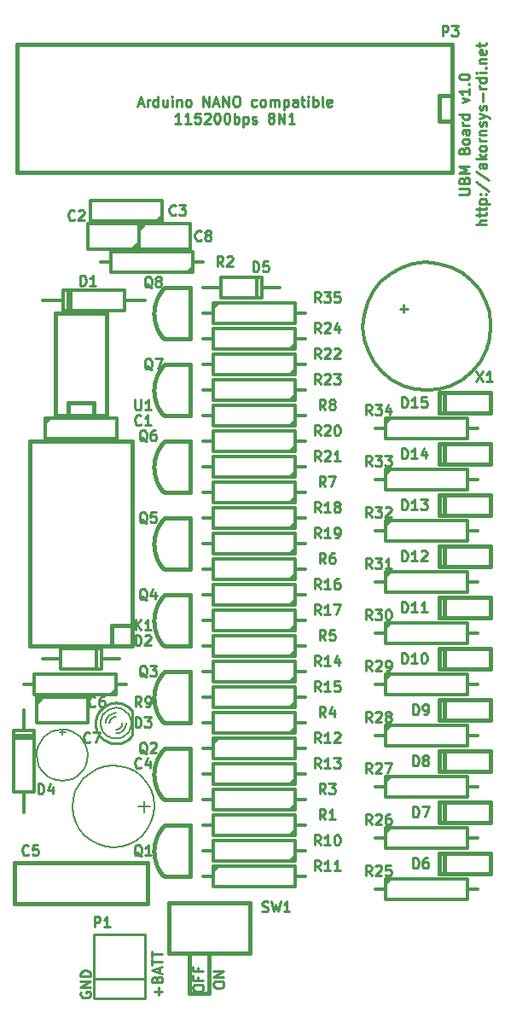
<source format=gto>
G04 (created by PCBNEW-RS274X (2012-apr-16-27)-stable) date dom 23 mar 2014 15:10:17 CET*
G01*
G70*
G90*
%MOIN*%
G04 Gerber Fmt 3.4, Leading zero omitted, Abs format*
%FSLAX34Y34*%
G04 APERTURE LIST*
%ADD10C,0.008000*%
%ADD11C,0.010000*%
%ADD12C,0.012000*%
%ADD13C,0.006000*%
%ADD14C,0.012500*%
%ADD15C,0.015000*%
%ADD16C,0.005000*%
%ADD17C,0.007500*%
G04 APERTURE END LIST*
G54D10*
G54D11*
X47448Y-26810D02*
X47753Y-26810D01*
X47601Y-26962D02*
X47601Y-26657D01*
X39362Y-53381D02*
X39362Y-53304D01*
X39381Y-53266D01*
X39419Y-53228D01*
X39495Y-53209D01*
X39629Y-53209D01*
X39705Y-53228D01*
X39743Y-53266D01*
X39762Y-53304D01*
X39762Y-53381D01*
X39743Y-53419D01*
X39705Y-53457D01*
X39629Y-53476D01*
X39495Y-53476D01*
X39419Y-53457D01*
X39381Y-53419D01*
X39362Y-53381D01*
X39552Y-52904D02*
X39552Y-53038D01*
X39762Y-53038D02*
X39362Y-53038D01*
X39362Y-52847D01*
X39552Y-52561D02*
X39552Y-52695D01*
X39762Y-52695D02*
X39362Y-52695D01*
X39362Y-52504D01*
X40162Y-53248D02*
X40162Y-53171D01*
X40181Y-53133D01*
X40219Y-53095D01*
X40295Y-53076D01*
X40429Y-53076D01*
X40505Y-53095D01*
X40543Y-53133D01*
X40562Y-53171D01*
X40562Y-53248D01*
X40543Y-53286D01*
X40505Y-53324D01*
X40429Y-53343D01*
X40295Y-53343D01*
X40219Y-53324D01*
X40181Y-53286D01*
X40162Y-53248D01*
X40562Y-52905D02*
X40162Y-52905D01*
X40562Y-52676D01*
X40162Y-52676D01*
X37209Y-18798D02*
X37400Y-18798D01*
X37171Y-18912D02*
X37304Y-18512D01*
X37438Y-18912D01*
X37571Y-18912D02*
X37571Y-18645D01*
X37571Y-18721D02*
X37590Y-18683D01*
X37609Y-18664D01*
X37647Y-18645D01*
X37686Y-18645D01*
X37991Y-18912D02*
X37991Y-18512D01*
X37991Y-18893D02*
X37953Y-18912D01*
X37876Y-18912D01*
X37838Y-18893D01*
X37819Y-18874D01*
X37800Y-18836D01*
X37800Y-18721D01*
X37819Y-18683D01*
X37838Y-18664D01*
X37876Y-18645D01*
X37953Y-18645D01*
X37991Y-18664D01*
X38353Y-18645D02*
X38353Y-18912D01*
X38181Y-18645D02*
X38181Y-18855D01*
X38200Y-18893D01*
X38238Y-18912D01*
X38296Y-18912D01*
X38334Y-18893D01*
X38353Y-18874D01*
X38543Y-18912D02*
X38543Y-18645D01*
X38543Y-18512D02*
X38524Y-18531D01*
X38543Y-18550D01*
X38562Y-18531D01*
X38543Y-18512D01*
X38543Y-18550D01*
X38733Y-18645D02*
X38733Y-18912D01*
X38733Y-18683D02*
X38752Y-18664D01*
X38790Y-18645D01*
X38848Y-18645D01*
X38886Y-18664D01*
X38905Y-18702D01*
X38905Y-18912D01*
X39152Y-18912D02*
X39114Y-18893D01*
X39095Y-18874D01*
X39076Y-18836D01*
X39076Y-18721D01*
X39095Y-18683D01*
X39114Y-18664D01*
X39152Y-18645D01*
X39210Y-18645D01*
X39248Y-18664D01*
X39267Y-18683D01*
X39286Y-18721D01*
X39286Y-18836D01*
X39267Y-18874D01*
X39248Y-18893D01*
X39210Y-18912D01*
X39152Y-18912D01*
X39762Y-18912D02*
X39762Y-18512D01*
X39991Y-18912D01*
X39991Y-18512D01*
X40162Y-18798D02*
X40353Y-18798D01*
X40124Y-18912D02*
X40257Y-18512D01*
X40391Y-18912D01*
X40524Y-18912D02*
X40524Y-18512D01*
X40753Y-18912D01*
X40753Y-18512D01*
X41019Y-18512D02*
X41096Y-18512D01*
X41134Y-18531D01*
X41172Y-18569D01*
X41191Y-18645D01*
X41191Y-18779D01*
X41172Y-18855D01*
X41134Y-18893D01*
X41096Y-18912D01*
X41019Y-18912D01*
X40981Y-18893D01*
X40943Y-18855D01*
X40924Y-18779D01*
X40924Y-18645D01*
X40943Y-18569D01*
X40981Y-18531D01*
X41019Y-18512D01*
X41839Y-18893D02*
X41801Y-18912D01*
X41724Y-18912D01*
X41686Y-18893D01*
X41667Y-18874D01*
X41648Y-18836D01*
X41648Y-18721D01*
X41667Y-18683D01*
X41686Y-18664D01*
X41724Y-18645D01*
X41801Y-18645D01*
X41839Y-18664D01*
X42067Y-18912D02*
X42029Y-18893D01*
X42010Y-18874D01*
X41991Y-18836D01*
X41991Y-18721D01*
X42010Y-18683D01*
X42029Y-18664D01*
X42067Y-18645D01*
X42125Y-18645D01*
X42163Y-18664D01*
X42182Y-18683D01*
X42201Y-18721D01*
X42201Y-18836D01*
X42182Y-18874D01*
X42163Y-18893D01*
X42125Y-18912D01*
X42067Y-18912D01*
X42372Y-18912D02*
X42372Y-18645D01*
X42372Y-18683D02*
X42391Y-18664D01*
X42429Y-18645D01*
X42487Y-18645D01*
X42525Y-18664D01*
X42544Y-18702D01*
X42544Y-18912D01*
X42544Y-18702D02*
X42563Y-18664D01*
X42601Y-18645D01*
X42658Y-18645D01*
X42696Y-18664D01*
X42715Y-18702D01*
X42715Y-18912D01*
X42905Y-18645D02*
X42905Y-19045D01*
X42905Y-18664D02*
X42943Y-18645D01*
X43020Y-18645D01*
X43058Y-18664D01*
X43077Y-18683D01*
X43096Y-18721D01*
X43096Y-18836D01*
X43077Y-18874D01*
X43058Y-18893D01*
X43020Y-18912D01*
X42943Y-18912D01*
X42905Y-18893D01*
X43439Y-18912D02*
X43439Y-18702D01*
X43420Y-18664D01*
X43382Y-18645D01*
X43305Y-18645D01*
X43267Y-18664D01*
X43439Y-18893D02*
X43401Y-18912D01*
X43305Y-18912D01*
X43267Y-18893D01*
X43248Y-18855D01*
X43248Y-18817D01*
X43267Y-18779D01*
X43305Y-18760D01*
X43401Y-18760D01*
X43439Y-18740D01*
X43572Y-18645D02*
X43724Y-18645D01*
X43629Y-18512D02*
X43629Y-18855D01*
X43648Y-18893D01*
X43686Y-18912D01*
X43724Y-18912D01*
X43858Y-18912D02*
X43858Y-18645D01*
X43858Y-18512D02*
X43839Y-18531D01*
X43858Y-18550D01*
X43877Y-18531D01*
X43858Y-18512D01*
X43858Y-18550D01*
X44048Y-18912D02*
X44048Y-18512D01*
X44048Y-18664D02*
X44086Y-18645D01*
X44163Y-18645D01*
X44201Y-18664D01*
X44220Y-18683D01*
X44239Y-18721D01*
X44239Y-18836D01*
X44220Y-18874D01*
X44201Y-18893D01*
X44163Y-18912D01*
X44086Y-18912D01*
X44048Y-18893D01*
X44467Y-18912D02*
X44429Y-18893D01*
X44410Y-18855D01*
X44410Y-18512D01*
X44773Y-18893D02*
X44735Y-18912D01*
X44658Y-18912D01*
X44620Y-18893D01*
X44601Y-18855D01*
X44601Y-18702D01*
X44620Y-18664D01*
X44658Y-18645D01*
X44735Y-18645D01*
X44773Y-18664D01*
X44792Y-18702D01*
X44792Y-18740D01*
X44601Y-18779D01*
X38895Y-19572D02*
X38666Y-19572D01*
X38780Y-19572D02*
X38780Y-19172D01*
X38742Y-19229D01*
X38704Y-19267D01*
X38666Y-19286D01*
X39276Y-19572D02*
X39047Y-19572D01*
X39161Y-19572D02*
X39161Y-19172D01*
X39123Y-19229D01*
X39085Y-19267D01*
X39047Y-19286D01*
X39638Y-19172D02*
X39447Y-19172D01*
X39428Y-19362D01*
X39447Y-19343D01*
X39485Y-19324D01*
X39581Y-19324D01*
X39619Y-19343D01*
X39638Y-19362D01*
X39657Y-19400D01*
X39657Y-19496D01*
X39638Y-19534D01*
X39619Y-19553D01*
X39581Y-19572D01*
X39485Y-19572D01*
X39447Y-19553D01*
X39428Y-19534D01*
X39809Y-19210D02*
X39828Y-19191D01*
X39866Y-19172D01*
X39962Y-19172D01*
X40000Y-19191D01*
X40019Y-19210D01*
X40038Y-19248D01*
X40038Y-19286D01*
X40019Y-19343D01*
X39790Y-19572D01*
X40038Y-19572D01*
X40285Y-19172D02*
X40324Y-19172D01*
X40362Y-19191D01*
X40381Y-19210D01*
X40400Y-19248D01*
X40419Y-19324D01*
X40419Y-19420D01*
X40400Y-19496D01*
X40381Y-19534D01*
X40362Y-19553D01*
X40324Y-19572D01*
X40285Y-19572D01*
X40247Y-19553D01*
X40228Y-19534D01*
X40209Y-19496D01*
X40190Y-19420D01*
X40190Y-19324D01*
X40209Y-19248D01*
X40228Y-19210D01*
X40247Y-19191D01*
X40285Y-19172D01*
X40666Y-19172D02*
X40705Y-19172D01*
X40743Y-19191D01*
X40762Y-19210D01*
X40781Y-19248D01*
X40800Y-19324D01*
X40800Y-19420D01*
X40781Y-19496D01*
X40762Y-19534D01*
X40743Y-19553D01*
X40705Y-19572D01*
X40666Y-19572D01*
X40628Y-19553D01*
X40609Y-19534D01*
X40590Y-19496D01*
X40571Y-19420D01*
X40571Y-19324D01*
X40590Y-19248D01*
X40609Y-19210D01*
X40628Y-19191D01*
X40666Y-19172D01*
X40971Y-19572D02*
X40971Y-19172D01*
X40971Y-19324D02*
X41009Y-19305D01*
X41086Y-19305D01*
X41124Y-19324D01*
X41143Y-19343D01*
X41162Y-19381D01*
X41162Y-19496D01*
X41143Y-19534D01*
X41124Y-19553D01*
X41086Y-19572D01*
X41009Y-19572D01*
X40971Y-19553D01*
X41333Y-19305D02*
X41333Y-19705D01*
X41333Y-19324D02*
X41371Y-19305D01*
X41448Y-19305D01*
X41486Y-19324D01*
X41505Y-19343D01*
X41524Y-19381D01*
X41524Y-19496D01*
X41505Y-19534D01*
X41486Y-19553D01*
X41448Y-19572D01*
X41371Y-19572D01*
X41333Y-19553D01*
X41676Y-19553D02*
X41714Y-19572D01*
X41790Y-19572D01*
X41829Y-19553D01*
X41848Y-19515D01*
X41848Y-19496D01*
X41829Y-19458D01*
X41790Y-19439D01*
X41733Y-19439D01*
X41695Y-19420D01*
X41676Y-19381D01*
X41676Y-19362D01*
X41695Y-19324D01*
X41733Y-19305D01*
X41790Y-19305D01*
X41829Y-19324D01*
X42381Y-19343D02*
X42343Y-19324D01*
X42324Y-19305D01*
X42305Y-19267D01*
X42305Y-19248D01*
X42324Y-19210D01*
X42343Y-19191D01*
X42381Y-19172D01*
X42458Y-19172D01*
X42496Y-19191D01*
X42515Y-19210D01*
X42534Y-19248D01*
X42534Y-19267D01*
X42515Y-19305D01*
X42496Y-19324D01*
X42458Y-19343D01*
X42381Y-19343D01*
X42343Y-19362D01*
X42324Y-19381D01*
X42305Y-19420D01*
X42305Y-19496D01*
X42324Y-19534D01*
X42343Y-19553D01*
X42381Y-19572D01*
X42458Y-19572D01*
X42496Y-19553D01*
X42515Y-19534D01*
X42534Y-19496D01*
X42534Y-19420D01*
X42515Y-19381D01*
X42496Y-19362D01*
X42458Y-19343D01*
X42705Y-19572D02*
X42705Y-19172D01*
X42934Y-19572D01*
X42934Y-19172D01*
X43334Y-19572D02*
X43105Y-19572D01*
X43219Y-19572D02*
X43219Y-19172D01*
X43181Y-19229D01*
X43143Y-19267D01*
X43105Y-19286D01*
X49762Y-22343D02*
X50086Y-22343D01*
X50124Y-22324D01*
X50143Y-22305D01*
X50162Y-22267D01*
X50162Y-22190D01*
X50143Y-22152D01*
X50124Y-22133D01*
X50086Y-22114D01*
X49762Y-22114D01*
X49952Y-21790D02*
X49971Y-21733D01*
X49990Y-21714D01*
X50029Y-21695D01*
X50086Y-21695D01*
X50124Y-21714D01*
X50143Y-21733D01*
X50162Y-21771D01*
X50162Y-21924D01*
X49762Y-21924D01*
X49762Y-21790D01*
X49781Y-21752D01*
X49800Y-21733D01*
X49838Y-21714D01*
X49876Y-21714D01*
X49914Y-21733D01*
X49933Y-21752D01*
X49952Y-21790D01*
X49952Y-21924D01*
X50162Y-21524D02*
X49762Y-21524D01*
X50048Y-21390D01*
X49762Y-21257D01*
X50162Y-21257D01*
X49952Y-20628D02*
X49971Y-20571D01*
X49990Y-20552D01*
X50029Y-20533D01*
X50086Y-20533D01*
X50124Y-20552D01*
X50143Y-20571D01*
X50162Y-20609D01*
X50162Y-20762D01*
X49762Y-20762D01*
X49762Y-20628D01*
X49781Y-20590D01*
X49800Y-20571D01*
X49838Y-20552D01*
X49876Y-20552D01*
X49914Y-20571D01*
X49933Y-20590D01*
X49952Y-20628D01*
X49952Y-20762D01*
X50162Y-20305D02*
X50143Y-20343D01*
X50124Y-20362D01*
X50086Y-20381D01*
X49971Y-20381D01*
X49933Y-20362D01*
X49914Y-20343D01*
X49895Y-20305D01*
X49895Y-20247D01*
X49914Y-20209D01*
X49933Y-20190D01*
X49971Y-20171D01*
X50086Y-20171D01*
X50124Y-20190D01*
X50143Y-20209D01*
X50162Y-20247D01*
X50162Y-20305D01*
X50162Y-19828D02*
X49952Y-19828D01*
X49914Y-19847D01*
X49895Y-19885D01*
X49895Y-19962D01*
X49914Y-20000D01*
X50143Y-19828D02*
X50162Y-19866D01*
X50162Y-19962D01*
X50143Y-20000D01*
X50105Y-20019D01*
X50067Y-20019D01*
X50029Y-20000D01*
X50010Y-19962D01*
X50010Y-19866D01*
X49990Y-19828D01*
X50162Y-19638D02*
X49895Y-19638D01*
X49971Y-19638D02*
X49933Y-19619D01*
X49914Y-19600D01*
X49895Y-19562D01*
X49895Y-19523D01*
X50162Y-19218D02*
X49762Y-19218D01*
X50143Y-19218D02*
X50162Y-19256D01*
X50162Y-19333D01*
X50143Y-19371D01*
X50124Y-19390D01*
X50086Y-19409D01*
X49971Y-19409D01*
X49933Y-19390D01*
X49914Y-19371D01*
X49895Y-19333D01*
X49895Y-19256D01*
X49914Y-19218D01*
X49895Y-18761D02*
X50162Y-18666D01*
X49895Y-18570D01*
X50162Y-18208D02*
X50162Y-18437D01*
X50162Y-18323D02*
X49762Y-18323D01*
X49819Y-18361D01*
X49857Y-18399D01*
X49876Y-18437D01*
X50124Y-18037D02*
X50143Y-18018D01*
X50162Y-18037D01*
X50143Y-18056D01*
X50124Y-18037D01*
X50162Y-18037D01*
X49762Y-17771D02*
X49762Y-17732D01*
X49781Y-17694D01*
X49800Y-17675D01*
X49838Y-17656D01*
X49914Y-17637D01*
X50010Y-17637D01*
X50086Y-17656D01*
X50124Y-17675D01*
X50143Y-17694D01*
X50162Y-17732D01*
X50162Y-17771D01*
X50143Y-17809D01*
X50124Y-17828D01*
X50086Y-17847D01*
X50010Y-17866D01*
X49914Y-17866D01*
X49838Y-17847D01*
X49800Y-17828D01*
X49781Y-17809D01*
X49762Y-17771D01*
X50822Y-23525D02*
X50422Y-23525D01*
X50822Y-23353D02*
X50612Y-23353D01*
X50574Y-23372D01*
X50555Y-23410D01*
X50555Y-23468D01*
X50574Y-23506D01*
X50593Y-23525D01*
X50555Y-23220D02*
X50555Y-23068D01*
X50422Y-23163D02*
X50765Y-23163D01*
X50803Y-23144D01*
X50822Y-23106D01*
X50822Y-23068D01*
X50555Y-22991D02*
X50555Y-22839D01*
X50422Y-22934D02*
X50765Y-22934D01*
X50803Y-22915D01*
X50822Y-22877D01*
X50822Y-22839D01*
X50555Y-22705D02*
X50955Y-22705D01*
X50574Y-22705D02*
X50555Y-22667D01*
X50555Y-22590D01*
X50574Y-22552D01*
X50593Y-22533D01*
X50631Y-22514D01*
X50746Y-22514D01*
X50784Y-22533D01*
X50803Y-22552D01*
X50822Y-22590D01*
X50822Y-22667D01*
X50803Y-22705D01*
X50784Y-22343D02*
X50803Y-22324D01*
X50822Y-22343D01*
X50803Y-22362D01*
X50784Y-22343D01*
X50822Y-22343D01*
X50574Y-22343D02*
X50593Y-22324D01*
X50612Y-22343D01*
X50593Y-22362D01*
X50574Y-22343D01*
X50612Y-22343D01*
X50403Y-21867D02*
X50917Y-22210D01*
X50403Y-21448D02*
X50917Y-21791D01*
X50822Y-21143D02*
X50612Y-21143D01*
X50574Y-21162D01*
X50555Y-21200D01*
X50555Y-21277D01*
X50574Y-21315D01*
X50803Y-21143D02*
X50822Y-21181D01*
X50822Y-21277D01*
X50803Y-21315D01*
X50765Y-21334D01*
X50727Y-21334D01*
X50689Y-21315D01*
X50670Y-21277D01*
X50670Y-21181D01*
X50650Y-21143D01*
X50822Y-20953D02*
X50422Y-20953D01*
X50670Y-20915D02*
X50822Y-20800D01*
X50555Y-20800D02*
X50708Y-20953D01*
X50822Y-20572D02*
X50803Y-20610D01*
X50784Y-20629D01*
X50746Y-20648D01*
X50631Y-20648D01*
X50593Y-20629D01*
X50574Y-20610D01*
X50555Y-20572D01*
X50555Y-20514D01*
X50574Y-20476D01*
X50593Y-20457D01*
X50631Y-20438D01*
X50746Y-20438D01*
X50784Y-20457D01*
X50803Y-20476D01*
X50822Y-20514D01*
X50822Y-20572D01*
X50822Y-20267D02*
X50555Y-20267D01*
X50631Y-20267D02*
X50593Y-20248D01*
X50574Y-20229D01*
X50555Y-20191D01*
X50555Y-20152D01*
X50555Y-20019D02*
X50822Y-20019D01*
X50593Y-20019D02*
X50574Y-20000D01*
X50555Y-19962D01*
X50555Y-19904D01*
X50574Y-19866D01*
X50612Y-19847D01*
X50822Y-19847D01*
X50803Y-19676D02*
X50822Y-19638D01*
X50822Y-19562D01*
X50803Y-19523D01*
X50765Y-19504D01*
X50746Y-19504D01*
X50708Y-19523D01*
X50689Y-19562D01*
X50689Y-19619D01*
X50670Y-19657D01*
X50631Y-19676D01*
X50612Y-19676D01*
X50574Y-19657D01*
X50555Y-19619D01*
X50555Y-19562D01*
X50574Y-19523D01*
X50555Y-19371D02*
X50822Y-19276D01*
X50555Y-19180D02*
X50822Y-19276D01*
X50917Y-19314D01*
X50936Y-19333D01*
X50955Y-19371D01*
X50803Y-19047D02*
X50822Y-19009D01*
X50822Y-18933D01*
X50803Y-18894D01*
X50765Y-18875D01*
X50746Y-18875D01*
X50708Y-18894D01*
X50689Y-18933D01*
X50689Y-18990D01*
X50670Y-19028D01*
X50631Y-19047D01*
X50612Y-19047D01*
X50574Y-19028D01*
X50555Y-18990D01*
X50555Y-18933D01*
X50574Y-18894D01*
X50670Y-18704D02*
X50670Y-18399D01*
X50822Y-18209D02*
X50555Y-18209D01*
X50631Y-18209D02*
X50593Y-18190D01*
X50574Y-18171D01*
X50555Y-18133D01*
X50555Y-18094D01*
X50822Y-17789D02*
X50422Y-17789D01*
X50803Y-17789D02*
X50822Y-17827D01*
X50822Y-17904D01*
X50803Y-17942D01*
X50784Y-17961D01*
X50746Y-17980D01*
X50631Y-17980D01*
X50593Y-17961D01*
X50574Y-17942D01*
X50555Y-17904D01*
X50555Y-17827D01*
X50574Y-17789D01*
X50822Y-17599D02*
X50555Y-17599D01*
X50422Y-17599D02*
X50441Y-17618D01*
X50460Y-17599D01*
X50441Y-17580D01*
X50422Y-17599D01*
X50460Y-17599D01*
X50784Y-17409D02*
X50803Y-17390D01*
X50822Y-17409D01*
X50803Y-17428D01*
X50784Y-17409D01*
X50822Y-17409D01*
X50555Y-17219D02*
X50822Y-17219D01*
X50593Y-17219D02*
X50574Y-17200D01*
X50555Y-17162D01*
X50555Y-17104D01*
X50574Y-17066D01*
X50612Y-17047D01*
X50822Y-17047D01*
X50803Y-16704D02*
X50822Y-16742D01*
X50822Y-16819D01*
X50803Y-16857D01*
X50765Y-16876D01*
X50612Y-16876D01*
X50574Y-16857D01*
X50555Y-16819D01*
X50555Y-16742D01*
X50574Y-16704D01*
X50612Y-16685D01*
X50650Y-16685D01*
X50689Y-16876D01*
X50555Y-16571D02*
X50555Y-16419D01*
X50422Y-16514D02*
X50765Y-16514D01*
X50803Y-16495D01*
X50822Y-16457D01*
X50822Y-16419D01*
X38010Y-53629D02*
X38010Y-53324D01*
X38162Y-53476D02*
X37857Y-53476D01*
X37952Y-53000D02*
X37971Y-52943D01*
X37990Y-52924D01*
X38029Y-52905D01*
X38086Y-52905D01*
X38124Y-52924D01*
X38143Y-52943D01*
X38162Y-52981D01*
X38162Y-53134D01*
X37762Y-53134D01*
X37762Y-53000D01*
X37781Y-52962D01*
X37800Y-52943D01*
X37838Y-52924D01*
X37876Y-52924D01*
X37914Y-52943D01*
X37933Y-52962D01*
X37952Y-53000D01*
X37952Y-53134D01*
X38048Y-52753D02*
X38048Y-52562D01*
X38162Y-52791D02*
X37762Y-52658D01*
X38162Y-52524D01*
X37762Y-52448D02*
X37762Y-52219D01*
X38162Y-52334D02*
X37762Y-52334D01*
X37762Y-52143D02*
X37762Y-51914D01*
X38162Y-52029D02*
X37762Y-52029D01*
X34981Y-53504D02*
X34962Y-53542D01*
X34962Y-53599D01*
X34981Y-53657D01*
X35019Y-53695D01*
X35057Y-53714D01*
X35133Y-53733D01*
X35190Y-53733D01*
X35267Y-53714D01*
X35305Y-53695D01*
X35343Y-53657D01*
X35362Y-53599D01*
X35362Y-53561D01*
X35343Y-53504D01*
X35324Y-53485D01*
X35190Y-53485D01*
X35190Y-53561D01*
X35362Y-53314D02*
X34962Y-53314D01*
X35362Y-53085D01*
X34962Y-53085D01*
X35362Y-52895D02*
X34962Y-52895D01*
X34962Y-52800D01*
X34981Y-52742D01*
X35019Y-52704D01*
X35057Y-52685D01*
X35133Y-52666D01*
X35190Y-52666D01*
X35267Y-52685D01*
X35305Y-52704D01*
X35343Y-52742D01*
X35362Y-52800D01*
X35362Y-52895D01*
G54D12*
X39750Y-49000D02*
X40150Y-49000D01*
X40150Y-49000D02*
X40150Y-48600D01*
X40150Y-48600D02*
X43350Y-48600D01*
X43350Y-48600D02*
X43350Y-49400D01*
X43350Y-49400D02*
X40150Y-49400D01*
X40150Y-49400D02*
X40150Y-49000D01*
X40150Y-48800D02*
X40350Y-48600D01*
X43750Y-49000D02*
X43350Y-49000D01*
X39750Y-44000D02*
X40150Y-44000D01*
X40150Y-44000D02*
X40150Y-43600D01*
X40150Y-43600D02*
X43350Y-43600D01*
X43350Y-43600D02*
X43350Y-44400D01*
X43350Y-44400D02*
X40150Y-44400D01*
X40150Y-44400D02*
X40150Y-44000D01*
X40150Y-43800D02*
X40350Y-43600D01*
X43750Y-44000D02*
X43350Y-44000D01*
X43750Y-48000D02*
X43350Y-48000D01*
X43350Y-48000D02*
X43350Y-48400D01*
X43350Y-48400D02*
X40150Y-48400D01*
X40150Y-48400D02*
X40150Y-47600D01*
X40150Y-47600D02*
X43350Y-47600D01*
X43350Y-47600D02*
X43350Y-48000D01*
X43350Y-48200D02*
X43150Y-48400D01*
X39750Y-48000D02*
X40150Y-48000D01*
X36750Y-41500D02*
X36350Y-41500D01*
X36350Y-41500D02*
X36350Y-41900D01*
X36350Y-41900D02*
X33150Y-41900D01*
X33150Y-41900D02*
X33150Y-41100D01*
X33150Y-41100D02*
X36350Y-41100D01*
X36350Y-41100D02*
X36350Y-41500D01*
X36350Y-41700D02*
X36150Y-41900D01*
X32750Y-41500D02*
X33150Y-41500D01*
X43750Y-31000D02*
X43350Y-31000D01*
X43350Y-31000D02*
X43350Y-31400D01*
X43350Y-31400D02*
X40150Y-31400D01*
X40150Y-31400D02*
X40150Y-30600D01*
X40150Y-30600D02*
X43350Y-30600D01*
X43350Y-30600D02*
X43350Y-31000D01*
X43350Y-31200D02*
X43150Y-31400D01*
X39750Y-31000D02*
X40150Y-31000D01*
X43750Y-34000D02*
X43350Y-34000D01*
X43350Y-34000D02*
X43350Y-34400D01*
X43350Y-34400D02*
X40150Y-34400D01*
X40150Y-34400D02*
X40150Y-33600D01*
X40150Y-33600D02*
X43350Y-33600D01*
X43350Y-33600D02*
X43350Y-34000D01*
X43350Y-34200D02*
X43150Y-34400D01*
X39750Y-34000D02*
X40150Y-34000D01*
X43750Y-37000D02*
X43350Y-37000D01*
X43350Y-37000D02*
X43350Y-37400D01*
X43350Y-37400D02*
X40150Y-37400D01*
X40150Y-37400D02*
X40150Y-36600D01*
X40150Y-36600D02*
X43350Y-36600D01*
X43350Y-36600D02*
X43350Y-37000D01*
X43350Y-37200D02*
X43150Y-37400D01*
X39750Y-37000D02*
X40150Y-37000D01*
X43750Y-40000D02*
X43350Y-40000D01*
X43350Y-40000D02*
X43350Y-40400D01*
X43350Y-40400D02*
X40150Y-40400D01*
X40150Y-40400D02*
X40150Y-39600D01*
X40150Y-39600D02*
X43350Y-39600D01*
X43350Y-39600D02*
X43350Y-40000D01*
X43350Y-40200D02*
X43150Y-40400D01*
X39750Y-40000D02*
X40150Y-40000D01*
X43750Y-43000D02*
X43350Y-43000D01*
X43350Y-43000D02*
X43350Y-43400D01*
X43350Y-43400D02*
X40150Y-43400D01*
X40150Y-43400D02*
X40150Y-42600D01*
X40150Y-42600D02*
X43350Y-42600D01*
X43350Y-42600D02*
X43350Y-43000D01*
X43350Y-43200D02*
X43150Y-43400D01*
X39750Y-43000D02*
X40150Y-43000D01*
X43750Y-46000D02*
X43350Y-46000D01*
X43350Y-46000D02*
X43350Y-46400D01*
X43350Y-46400D02*
X40150Y-46400D01*
X40150Y-46400D02*
X40150Y-45600D01*
X40150Y-45600D02*
X43350Y-45600D01*
X43350Y-45600D02*
X43350Y-46000D01*
X43350Y-46200D02*
X43150Y-46400D01*
X39750Y-46000D02*
X40150Y-46000D01*
X43750Y-33000D02*
X43350Y-33000D01*
X43350Y-33000D02*
X43350Y-33400D01*
X43350Y-33400D02*
X40150Y-33400D01*
X40150Y-33400D02*
X40150Y-32600D01*
X40150Y-32600D02*
X43350Y-32600D01*
X43350Y-32600D02*
X43350Y-33000D01*
X43350Y-33200D02*
X43150Y-33400D01*
X39750Y-33000D02*
X40150Y-33000D01*
X46500Y-41500D02*
X46900Y-41500D01*
X46900Y-41500D02*
X46900Y-41100D01*
X46900Y-41100D02*
X50100Y-41100D01*
X50100Y-41100D02*
X50100Y-41900D01*
X50100Y-41900D02*
X46900Y-41900D01*
X46900Y-41900D02*
X46900Y-41500D01*
X46900Y-41300D02*
X47100Y-41100D01*
X50500Y-41500D02*
X50100Y-41500D01*
X46500Y-43500D02*
X46900Y-43500D01*
X46900Y-43500D02*
X46900Y-43100D01*
X46900Y-43100D02*
X50100Y-43100D01*
X50100Y-43100D02*
X50100Y-43900D01*
X50100Y-43900D02*
X46900Y-43900D01*
X46900Y-43900D02*
X46900Y-43500D01*
X46900Y-43300D02*
X47100Y-43100D01*
X50500Y-43500D02*
X50100Y-43500D01*
X46500Y-45500D02*
X46900Y-45500D01*
X46900Y-45500D02*
X46900Y-45100D01*
X46900Y-45100D02*
X50100Y-45100D01*
X50100Y-45100D02*
X50100Y-45900D01*
X50100Y-45900D02*
X46900Y-45900D01*
X46900Y-45900D02*
X46900Y-45500D01*
X46900Y-45300D02*
X47100Y-45100D01*
X50500Y-45500D02*
X50100Y-45500D01*
X46500Y-47500D02*
X46900Y-47500D01*
X46900Y-47500D02*
X46900Y-47100D01*
X46900Y-47100D02*
X50100Y-47100D01*
X50100Y-47100D02*
X50100Y-47900D01*
X50100Y-47900D02*
X46900Y-47900D01*
X46900Y-47900D02*
X46900Y-47500D01*
X46900Y-47300D02*
X47100Y-47100D01*
X50500Y-47500D02*
X50100Y-47500D01*
X46500Y-49500D02*
X46900Y-49500D01*
X46900Y-49500D02*
X46900Y-49100D01*
X46900Y-49100D02*
X50100Y-49100D01*
X50100Y-49100D02*
X50100Y-49900D01*
X50100Y-49900D02*
X46900Y-49900D01*
X46900Y-49900D02*
X46900Y-49500D01*
X46900Y-49300D02*
X47100Y-49100D01*
X50500Y-49500D02*
X50100Y-49500D01*
X43750Y-28000D02*
X43350Y-28000D01*
X43350Y-28000D02*
X43350Y-28400D01*
X43350Y-28400D02*
X40150Y-28400D01*
X40150Y-28400D02*
X40150Y-27600D01*
X40150Y-27600D02*
X43350Y-27600D01*
X43350Y-27600D02*
X43350Y-28000D01*
X43350Y-28200D02*
X43150Y-28400D01*
X39750Y-28000D02*
X40150Y-28000D01*
X43750Y-30000D02*
X43350Y-30000D01*
X43350Y-30000D02*
X43350Y-30400D01*
X43350Y-30400D02*
X40150Y-30400D01*
X40150Y-30400D02*
X40150Y-29600D01*
X40150Y-29600D02*
X43350Y-29600D01*
X43350Y-29600D02*
X43350Y-30000D01*
X43350Y-30200D02*
X43150Y-30400D01*
X39750Y-30000D02*
X40150Y-30000D01*
X43750Y-29000D02*
X43350Y-29000D01*
X43350Y-29000D02*
X43350Y-29400D01*
X43350Y-29400D02*
X40150Y-29400D01*
X40150Y-29400D02*
X40150Y-28600D01*
X40150Y-28600D02*
X43350Y-28600D01*
X43350Y-28600D02*
X43350Y-29000D01*
X43350Y-29200D02*
X43150Y-29400D01*
X39750Y-29000D02*
X40150Y-29000D01*
X46500Y-39500D02*
X46900Y-39500D01*
X46900Y-39500D02*
X46900Y-39100D01*
X46900Y-39100D02*
X50100Y-39100D01*
X50100Y-39100D02*
X50100Y-39900D01*
X50100Y-39900D02*
X46900Y-39900D01*
X46900Y-39900D02*
X46900Y-39500D01*
X46900Y-39300D02*
X47100Y-39100D01*
X50500Y-39500D02*
X50100Y-39500D01*
X43750Y-32000D02*
X43350Y-32000D01*
X43350Y-32000D02*
X43350Y-32400D01*
X43350Y-32400D02*
X40150Y-32400D01*
X40150Y-32400D02*
X40150Y-31600D01*
X40150Y-31600D02*
X43350Y-31600D01*
X43350Y-31600D02*
X43350Y-32000D01*
X43350Y-32200D02*
X43150Y-32400D01*
X39750Y-32000D02*
X40150Y-32000D01*
X43750Y-36000D02*
X43350Y-36000D01*
X43350Y-36000D02*
X43350Y-36400D01*
X43350Y-36400D02*
X40150Y-36400D01*
X40150Y-36400D02*
X40150Y-35600D01*
X40150Y-35600D02*
X43350Y-35600D01*
X43350Y-35600D02*
X43350Y-36000D01*
X43350Y-36200D02*
X43150Y-36400D01*
X39750Y-36000D02*
X40150Y-36000D01*
X43750Y-35000D02*
X43350Y-35000D01*
X43350Y-35000D02*
X43350Y-35400D01*
X43350Y-35400D02*
X40150Y-35400D01*
X40150Y-35400D02*
X40150Y-34600D01*
X40150Y-34600D02*
X43350Y-34600D01*
X43350Y-34600D02*
X43350Y-35000D01*
X43350Y-35200D02*
X43150Y-35400D01*
X39750Y-35000D02*
X40150Y-35000D01*
X43750Y-39000D02*
X43350Y-39000D01*
X43350Y-39000D02*
X43350Y-39400D01*
X43350Y-39400D02*
X40150Y-39400D01*
X40150Y-39400D02*
X40150Y-38600D01*
X40150Y-38600D02*
X43350Y-38600D01*
X43350Y-38600D02*
X43350Y-39000D01*
X43350Y-39200D02*
X43150Y-39400D01*
X39750Y-39000D02*
X40150Y-39000D01*
X43750Y-38000D02*
X43350Y-38000D01*
X43350Y-38000D02*
X43350Y-38400D01*
X43350Y-38400D02*
X40150Y-38400D01*
X40150Y-38400D02*
X40150Y-37600D01*
X40150Y-37600D02*
X43350Y-37600D01*
X43350Y-37600D02*
X43350Y-38000D01*
X43350Y-38200D02*
X43150Y-38400D01*
X39750Y-38000D02*
X40150Y-38000D01*
X43750Y-42000D02*
X43350Y-42000D01*
X43350Y-42000D02*
X43350Y-42400D01*
X43350Y-42400D02*
X40150Y-42400D01*
X40150Y-42400D02*
X40150Y-41600D01*
X40150Y-41600D02*
X43350Y-41600D01*
X43350Y-41600D02*
X43350Y-42000D01*
X43350Y-42200D02*
X43150Y-42400D01*
X39750Y-42000D02*
X40150Y-42000D01*
X43750Y-41000D02*
X43350Y-41000D01*
X43350Y-41000D02*
X43350Y-41400D01*
X43350Y-41400D02*
X40150Y-41400D01*
X40150Y-41400D02*
X40150Y-40600D01*
X40150Y-40600D02*
X43350Y-40600D01*
X43350Y-40600D02*
X43350Y-41000D01*
X43350Y-41200D02*
X43150Y-41400D01*
X39750Y-41000D02*
X40150Y-41000D01*
X43750Y-45000D02*
X43350Y-45000D01*
X43350Y-45000D02*
X43350Y-45400D01*
X43350Y-45400D02*
X40150Y-45400D01*
X40150Y-45400D02*
X40150Y-44600D01*
X40150Y-44600D02*
X43350Y-44600D01*
X43350Y-44600D02*
X43350Y-45000D01*
X43350Y-45200D02*
X43150Y-45400D01*
X39750Y-45000D02*
X40150Y-45000D01*
X43750Y-47000D02*
X43350Y-47000D01*
X43350Y-47000D02*
X43350Y-47400D01*
X43350Y-47400D02*
X40150Y-47400D01*
X40150Y-47400D02*
X40150Y-46600D01*
X40150Y-46600D02*
X43350Y-46600D01*
X43350Y-46600D02*
X43350Y-47000D01*
X43350Y-47200D02*
X43150Y-47400D01*
X39750Y-47000D02*
X40150Y-47000D01*
X46500Y-37500D02*
X46900Y-37500D01*
X46900Y-37500D02*
X46900Y-37100D01*
X46900Y-37100D02*
X50100Y-37100D01*
X50100Y-37100D02*
X50100Y-37900D01*
X50100Y-37900D02*
X46900Y-37900D01*
X46900Y-37900D02*
X46900Y-37500D01*
X46900Y-37300D02*
X47100Y-37100D01*
X50500Y-37500D02*
X50100Y-37500D01*
X39750Y-27000D02*
X40150Y-27000D01*
X40150Y-27000D02*
X40150Y-26600D01*
X40150Y-26600D02*
X43350Y-26600D01*
X43350Y-26600D02*
X43350Y-27400D01*
X43350Y-27400D02*
X40150Y-27400D01*
X40150Y-27400D02*
X40150Y-27000D01*
X40150Y-26800D02*
X40350Y-26600D01*
X43750Y-27000D02*
X43350Y-27000D01*
X46500Y-31500D02*
X46900Y-31500D01*
X46900Y-31500D02*
X46900Y-31100D01*
X46900Y-31100D02*
X50100Y-31100D01*
X50100Y-31100D02*
X50100Y-31900D01*
X50100Y-31900D02*
X46900Y-31900D01*
X46900Y-31900D02*
X46900Y-31500D01*
X46900Y-31300D02*
X47100Y-31100D01*
X50500Y-31500D02*
X50100Y-31500D01*
X46500Y-33500D02*
X46900Y-33500D01*
X46900Y-33500D02*
X46900Y-33100D01*
X46900Y-33100D02*
X50100Y-33100D01*
X50100Y-33100D02*
X50100Y-33900D01*
X50100Y-33900D02*
X46900Y-33900D01*
X46900Y-33900D02*
X46900Y-33500D01*
X46900Y-33300D02*
X47100Y-33100D01*
X50500Y-33500D02*
X50100Y-33500D01*
X46500Y-35500D02*
X46900Y-35500D01*
X46900Y-35500D02*
X46900Y-35100D01*
X46900Y-35100D02*
X50100Y-35100D01*
X50100Y-35100D02*
X50100Y-35900D01*
X50100Y-35900D02*
X46900Y-35900D01*
X46900Y-35900D02*
X46900Y-35500D01*
X46900Y-35300D02*
X47100Y-35100D01*
X50500Y-35500D02*
X50100Y-35500D01*
X39750Y-25000D02*
X39350Y-25000D01*
X39350Y-25000D02*
X39350Y-25400D01*
X39350Y-25400D02*
X36150Y-25400D01*
X36150Y-25400D02*
X36150Y-24600D01*
X36150Y-24600D02*
X39350Y-24600D01*
X39350Y-24600D02*
X39350Y-25000D01*
X39350Y-25200D02*
X39150Y-25400D01*
X35750Y-25000D02*
X36150Y-25000D01*
G54D11*
X36970Y-43500D02*
X36970Y-42500D01*
G54D13*
X35890Y-42616D02*
X35858Y-42658D01*
X35830Y-42702D01*
X35806Y-42749D01*
X35786Y-42797D01*
X35770Y-42847D01*
X35759Y-42898D01*
X35753Y-42950D01*
X35750Y-43000D01*
X35751Y-43000D02*
X35754Y-43052D01*
X35761Y-43104D01*
X35772Y-43155D01*
X35788Y-43204D01*
X35808Y-43253D01*
X35832Y-43299D01*
X35860Y-43343D01*
X35892Y-43385D01*
X35903Y-43397D01*
X36949Y-43000D02*
X36946Y-42948D01*
X36939Y-42896D01*
X36928Y-42845D01*
X36912Y-42796D01*
X36892Y-42747D01*
X36868Y-42701D01*
X36840Y-42657D01*
X36808Y-42615D01*
X36804Y-42611D01*
X36810Y-43384D02*
X36842Y-43342D01*
X36870Y-43298D01*
X36894Y-43251D01*
X36914Y-43203D01*
X36930Y-43153D01*
X36941Y-43102D01*
X36947Y-43050D01*
X36950Y-43000D01*
X36837Y-42651D02*
X36805Y-42610D01*
X36769Y-42572D01*
X36730Y-42537D01*
X36688Y-42505D01*
X36644Y-42478D01*
X36597Y-42454D01*
X36549Y-42435D01*
X36499Y-42419D01*
X36447Y-42409D01*
X36396Y-42402D01*
X36350Y-42400D01*
X36350Y-42400D02*
X36298Y-42403D01*
X36246Y-42410D01*
X36195Y-42421D01*
X36145Y-42437D01*
X36097Y-42457D01*
X36051Y-42481D01*
X36006Y-42509D01*
X35965Y-42541D01*
X35926Y-42576D01*
X35891Y-42615D01*
X35871Y-42640D01*
X36350Y-43599D02*
X36402Y-43596D01*
X36454Y-43589D01*
X36505Y-43578D01*
X36554Y-43562D01*
X36603Y-43542D01*
X36649Y-43518D01*
X36693Y-43490D01*
X36735Y-43458D01*
X36773Y-43423D01*
X36808Y-43385D01*
X36822Y-43367D01*
X35877Y-43368D02*
X35911Y-43408D01*
X35948Y-43445D01*
X35989Y-43478D01*
X36032Y-43508D01*
X36077Y-43534D01*
X36125Y-43555D01*
X36174Y-43573D01*
X36225Y-43586D01*
X36276Y-43595D01*
X36329Y-43599D01*
X36350Y-43600D01*
X36350Y-42750D02*
X36329Y-42751D01*
X36307Y-42754D01*
X36286Y-42759D01*
X36265Y-42766D01*
X36245Y-42774D01*
X36226Y-42784D01*
X36207Y-42796D01*
X36190Y-42809D01*
X36174Y-42824D01*
X36159Y-42840D01*
X36146Y-42857D01*
X36134Y-42876D01*
X36124Y-42895D01*
X36116Y-42915D01*
X36109Y-42936D01*
X36104Y-42957D01*
X36101Y-42979D01*
X36100Y-43000D01*
X36350Y-42600D02*
X36316Y-42602D01*
X36281Y-42607D01*
X36247Y-42614D01*
X36214Y-42625D01*
X36181Y-42638D01*
X36151Y-42654D01*
X36121Y-42673D01*
X36093Y-42694D01*
X36068Y-42718D01*
X36044Y-42743D01*
X36023Y-42771D01*
X36004Y-42801D01*
X35988Y-42831D01*
X35975Y-42864D01*
X35964Y-42897D01*
X35957Y-42931D01*
X35952Y-42966D01*
X35950Y-43000D01*
X36350Y-43250D02*
X36371Y-43249D01*
X36393Y-43246D01*
X36414Y-43241D01*
X36435Y-43234D01*
X36455Y-43226D01*
X36475Y-43216D01*
X36493Y-43204D01*
X36510Y-43191D01*
X36526Y-43176D01*
X36541Y-43160D01*
X36554Y-43143D01*
X36566Y-43124D01*
X36576Y-43105D01*
X36584Y-43085D01*
X36591Y-43064D01*
X36596Y-43043D01*
X36599Y-43021D01*
X36600Y-43000D01*
X36350Y-43400D02*
X36384Y-43398D01*
X36419Y-43393D01*
X36453Y-43386D01*
X36486Y-43375D01*
X36519Y-43362D01*
X36550Y-43346D01*
X36579Y-43327D01*
X36607Y-43306D01*
X36632Y-43282D01*
X36656Y-43257D01*
X36677Y-43229D01*
X36696Y-43199D01*
X36712Y-43169D01*
X36725Y-43136D01*
X36736Y-43103D01*
X36743Y-43069D01*
X36748Y-43034D01*
X36750Y-43000D01*
G54D11*
X36963Y-42487D02*
X36916Y-42436D01*
X36865Y-42389D01*
X36810Y-42346D01*
X36751Y-42308D01*
X36689Y-42276D01*
X36624Y-42249D01*
X36558Y-42228D01*
X36490Y-42213D01*
X36421Y-42204D01*
X36351Y-42201D01*
X36350Y-42200D01*
X36350Y-42201D02*
X36281Y-42205D01*
X36212Y-42214D01*
X36144Y-42229D01*
X36077Y-42250D01*
X36013Y-42276D01*
X35951Y-42309D01*
X35892Y-42346D01*
X35837Y-42388D01*
X35786Y-42436D01*
X35738Y-42487D01*
X35696Y-42542D01*
X35659Y-42601D01*
X35646Y-42624D01*
X36351Y-43797D02*
X36420Y-43794D01*
X36489Y-43785D01*
X36557Y-43770D01*
X36624Y-43749D01*
X36688Y-43722D01*
X36750Y-43690D01*
X36808Y-43652D01*
X36864Y-43610D01*
X36915Y-43563D01*
X36959Y-43515D01*
X35656Y-43397D02*
X35694Y-43456D01*
X35736Y-43512D01*
X35783Y-43563D01*
X35834Y-43611D01*
X35889Y-43653D01*
X35948Y-43691D01*
X36010Y-43723D01*
X36074Y-43750D01*
X36141Y-43772D01*
X36209Y-43787D01*
X36278Y-43796D01*
X36348Y-43799D01*
X36350Y-43800D01*
X35646Y-42621D02*
X35616Y-42684D01*
X35591Y-42749D01*
X35572Y-42816D01*
X35559Y-42885D01*
X35552Y-42954D01*
X35550Y-43000D01*
X35551Y-43000D02*
X35555Y-43069D01*
X35564Y-43138D01*
X35579Y-43206D01*
X35600Y-43273D01*
X35626Y-43337D01*
X35659Y-43399D01*
X35670Y-43418D01*
G54D14*
X32750Y-46000D02*
X32750Y-46500D01*
X32750Y-43000D02*
X32750Y-42500D01*
X32750Y-43000D02*
X32750Y-43300D01*
G54D12*
X32750Y-43300D02*
X32350Y-43300D01*
X32350Y-43300D02*
X32350Y-45700D01*
X32350Y-45700D02*
X32750Y-45700D01*
X32750Y-45700D02*
X32750Y-46000D01*
X32750Y-45700D02*
X33150Y-45700D01*
X33150Y-45700D02*
X33150Y-43300D01*
X33150Y-43300D02*
X32750Y-43300D01*
X32350Y-43500D02*
X33150Y-43500D01*
X33150Y-43600D02*
X32350Y-43600D01*
G54D14*
X35800Y-40500D02*
X36500Y-40500D01*
X34200Y-40500D02*
X33500Y-40500D01*
X35600Y-40100D02*
X35600Y-40900D01*
X34200Y-40100D02*
X34200Y-40900D01*
X34200Y-40900D02*
X35800Y-40900D01*
X35800Y-40900D02*
X35800Y-40100D01*
X35800Y-40100D02*
X34200Y-40100D01*
X42050Y-26000D02*
X42750Y-26000D01*
X40450Y-26000D02*
X39750Y-26000D01*
X41850Y-25600D02*
X41850Y-26400D01*
X40450Y-25600D02*
X40450Y-26400D01*
X40450Y-26400D02*
X42050Y-26400D01*
X42050Y-26400D02*
X42050Y-25600D01*
X42050Y-25600D02*
X40450Y-25600D01*
G54D15*
X34500Y-31000D02*
X34500Y-30500D01*
X34500Y-30500D02*
X35500Y-30500D01*
X35500Y-30500D02*
X35500Y-31000D01*
X34000Y-31000D02*
X34000Y-27000D01*
X34000Y-27000D02*
X36000Y-27000D01*
X36000Y-27000D02*
X36000Y-31000D01*
X36000Y-31000D02*
X34000Y-31000D01*
X49500Y-21500D02*
X32500Y-21500D01*
X32500Y-21500D02*
X32500Y-16500D01*
X32500Y-16500D02*
X49500Y-16500D01*
X49500Y-16500D02*
X49500Y-21500D01*
X49500Y-18500D02*
X49000Y-18500D01*
X49000Y-18500D02*
X49000Y-19500D01*
X49000Y-19500D02*
X49500Y-19500D01*
G54D12*
X33600Y-31100D02*
X36400Y-31100D01*
X36400Y-31100D02*
X36400Y-31900D01*
X36400Y-31900D02*
X33600Y-31900D01*
X33600Y-31900D02*
X33600Y-31100D01*
X33600Y-31300D02*
X33800Y-31100D01*
X38150Y-23400D02*
X35350Y-23400D01*
X35350Y-23400D02*
X35350Y-22600D01*
X35350Y-22600D02*
X38150Y-22600D01*
X38150Y-22600D02*
X38150Y-23400D01*
X38150Y-23200D02*
X37950Y-23400D01*
G54D10*
X37850Y-46250D02*
X37819Y-46560D01*
X37729Y-46859D01*
X37582Y-47135D01*
X37385Y-47377D01*
X37144Y-47576D01*
X36870Y-47724D01*
X36571Y-47817D01*
X36261Y-47849D01*
X35951Y-47821D01*
X35651Y-47733D01*
X35374Y-47588D01*
X35131Y-47393D01*
X34930Y-47153D01*
X34780Y-46880D01*
X34685Y-46582D01*
X34651Y-46272D01*
X34677Y-45962D01*
X34763Y-45662D01*
X34906Y-45384D01*
X35100Y-45139D01*
X35337Y-44937D01*
X35610Y-44784D01*
X35907Y-44688D01*
X36217Y-44651D01*
X36527Y-44675D01*
X36828Y-44759D01*
X37107Y-44900D01*
X37353Y-45092D01*
X37557Y-45328D01*
X37711Y-45600D01*
X37810Y-45896D01*
X37849Y-46206D01*
X37850Y-46250D01*
G54D16*
X35251Y-44250D02*
X35231Y-44444D01*
X35175Y-44631D01*
X35083Y-44803D01*
X34960Y-44955D01*
X34809Y-45079D01*
X34637Y-45172D01*
X34451Y-45230D01*
X34256Y-45250D01*
X34063Y-45233D01*
X33876Y-45178D01*
X33702Y-45087D01*
X33550Y-44965D01*
X33425Y-44815D01*
X33330Y-44644D01*
X33271Y-44458D01*
X33250Y-44263D01*
X33266Y-44070D01*
X33320Y-43882D01*
X33409Y-43708D01*
X33530Y-43555D01*
X33679Y-43429D01*
X33850Y-43333D01*
X34036Y-43273D01*
X34230Y-43250D01*
X34423Y-43265D01*
X34611Y-43317D01*
X34786Y-43405D01*
X34940Y-43526D01*
X35067Y-43673D01*
X35164Y-43843D01*
X35226Y-44029D01*
X35250Y-44223D01*
X35251Y-44250D01*
G54D12*
X37270Y-23500D02*
X39250Y-23500D01*
X39250Y-23500D02*
X39250Y-24500D01*
X39250Y-24500D02*
X37250Y-24500D01*
X37250Y-24500D02*
X37250Y-23500D01*
X37250Y-23750D02*
X37500Y-23500D01*
X33270Y-42000D02*
X35250Y-42000D01*
X35250Y-42000D02*
X35250Y-43000D01*
X35250Y-43000D02*
X33250Y-43000D01*
X33250Y-43000D02*
X33250Y-42000D01*
X33250Y-42250D02*
X33500Y-42000D01*
X37230Y-24500D02*
X35250Y-24500D01*
X35250Y-24500D02*
X35250Y-23500D01*
X35250Y-23500D02*
X37250Y-23500D01*
X37250Y-23500D02*
X37250Y-24500D01*
X37250Y-24250D02*
X37000Y-24500D01*
G54D14*
X37000Y-26500D02*
X37500Y-26500D01*
X34000Y-26500D02*
X33500Y-26500D01*
X34000Y-26500D02*
X34300Y-26500D01*
G54D12*
X34300Y-26500D02*
X34300Y-26900D01*
X34300Y-26900D02*
X36700Y-26900D01*
X36700Y-26900D02*
X36700Y-26500D01*
X36700Y-26500D02*
X37000Y-26500D01*
X36700Y-26500D02*
X36700Y-26100D01*
X36700Y-26100D02*
X34300Y-26100D01*
X34300Y-26100D02*
X34300Y-26500D01*
X34500Y-26900D02*
X34500Y-26100D01*
X34600Y-26100D02*
X34600Y-26900D01*
G54D14*
X51000Y-27500D02*
X50952Y-27985D01*
X50811Y-28452D01*
X50582Y-28883D01*
X50273Y-29261D01*
X49897Y-29572D01*
X49468Y-29804D01*
X49002Y-29948D01*
X48517Y-29999D01*
X48032Y-29955D01*
X47564Y-29817D01*
X47132Y-29591D01*
X46751Y-29286D01*
X46438Y-28912D01*
X46203Y-28484D01*
X46055Y-28019D01*
X46001Y-27534D01*
X46042Y-27049D01*
X46176Y-26580D01*
X46399Y-26146D01*
X46702Y-25764D01*
X47074Y-25448D01*
X47500Y-25210D01*
X47964Y-25059D01*
X48448Y-25001D01*
X48934Y-25038D01*
X49404Y-25170D01*
X49839Y-25390D01*
X50224Y-25690D01*
X50542Y-26059D01*
X50783Y-26484D01*
X50937Y-26947D01*
X50999Y-27431D01*
X51000Y-27500D01*
G54D15*
X49200Y-48900D02*
X49200Y-48100D01*
X51000Y-48100D02*
X49000Y-48100D01*
X49000Y-48100D02*
X49000Y-48900D01*
X49000Y-48900D02*
X51000Y-48900D01*
X51000Y-48900D02*
X51000Y-48100D01*
X49200Y-46900D02*
X49200Y-46100D01*
X51000Y-46100D02*
X49000Y-46100D01*
X49000Y-46100D02*
X49000Y-46900D01*
X49000Y-46900D02*
X51000Y-46900D01*
X51000Y-46900D02*
X51000Y-46100D01*
X49200Y-44900D02*
X49200Y-44100D01*
X51000Y-44100D02*
X49000Y-44100D01*
X49000Y-44100D02*
X49000Y-44900D01*
X49000Y-44900D02*
X51000Y-44900D01*
X51000Y-44900D02*
X51000Y-44100D01*
X49200Y-42900D02*
X49200Y-42100D01*
X51000Y-42100D02*
X49000Y-42100D01*
X49000Y-42100D02*
X49000Y-42900D01*
X49000Y-42900D02*
X51000Y-42900D01*
X51000Y-42900D02*
X51000Y-42100D01*
X49200Y-40900D02*
X49200Y-40100D01*
X51000Y-40100D02*
X49000Y-40100D01*
X49000Y-40100D02*
X49000Y-40900D01*
X49000Y-40900D02*
X51000Y-40900D01*
X51000Y-40900D02*
X51000Y-40100D01*
X49200Y-38900D02*
X49200Y-38100D01*
X51000Y-38100D02*
X49000Y-38100D01*
X49000Y-38100D02*
X49000Y-38900D01*
X49000Y-38900D02*
X51000Y-38900D01*
X51000Y-38900D02*
X51000Y-38100D01*
X49200Y-36900D02*
X49200Y-36100D01*
X51000Y-36100D02*
X49000Y-36100D01*
X49000Y-36100D02*
X49000Y-36900D01*
X49000Y-36900D02*
X51000Y-36900D01*
X51000Y-36900D02*
X51000Y-36100D01*
X49200Y-34900D02*
X49200Y-34100D01*
X51000Y-34100D02*
X49000Y-34100D01*
X49000Y-34100D02*
X49000Y-34900D01*
X49000Y-34900D02*
X51000Y-34900D01*
X51000Y-34900D02*
X51000Y-34100D01*
X49200Y-32900D02*
X49200Y-32100D01*
X51000Y-32100D02*
X49000Y-32100D01*
X49000Y-32100D02*
X49000Y-32900D01*
X49000Y-32900D02*
X51000Y-32900D01*
X51000Y-32900D02*
X51000Y-32100D01*
X49200Y-30900D02*
X49200Y-30100D01*
X51000Y-30100D02*
X49000Y-30100D01*
X49000Y-30100D02*
X49000Y-30900D01*
X49000Y-30900D02*
X51000Y-30900D01*
X51000Y-30900D02*
X51000Y-30100D01*
X38250Y-49000D02*
X38750Y-49000D01*
X38250Y-47000D02*
X38750Y-47000D01*
X38251Y-47001D02*
X38167Y-47092D01*
X38092Y-47189D01*
X38026Y-47294D01*
X37969Y-47403D01*
X37922Y-47517D01*
X37885Y-47635D01*
X37858Y-47755D01*
X37842Y-47877D01*
X37836Y-48000D01*
X37842Y-48123D01*
X37858Y-48245D01*
X37885Y-48365D01*
X37922Y-48483D01*
X37969Y-48597D01*
X38026Y-48706D01*
X38092Y-48811D01*
X38167Y-48908D01*
X38251Y-48999D01*
X39250Y-49000D02*
X38750Y-49000D01*
X39250Y-49000D02*
X39250Y-47000D01*
X39250Y-47000D02*
X38750Y-47000D01*
X38250Y-46000D02*
X38750Y-46000D01*
X38250Y-44000D02*
X38750Y-44000D01*
X38251Y-44001D02*
X38167Y-44092D01*
X38092Y-44189D01*
X38026Y-44294D01*
X37969Y-44403D01*
X37922Y-44517D01*
X37885Y-44635D01*
X37858Y-44755D01*
X37842Y-44877D01*
X37836Y-45000D01*
X37842Y-45123D01*
X37858Y-45245D01*
X37885Y-45365D01*
X37922Y-45483D01*
X37969Y-45597D01*
X38026Y-45706D01*
X38092Y-45811D01*
X38167Y-45908D01*
X38251Y-45999D01*
X39250Y-46000D02*
X38750Y-46000D01*
X39250Y-46000D02*
X39250Y-44000D01*
X39250Y-44000D02*
X38750Y-44000D01*
X38250Y-43000D02*
X38750Y-43000D01*
X38250Y-41000D02*
X38750Y-41000D01*
X38251Y-41001D02*
X38167Y-41092D01*
X38092Y-41189D01*
X38026Y-41294D01*
X37969Y-41403D01*
X37922Y-41517D01*
X37885Y-41635D01*
X37858Y-41755D01*
X37842Y-41877D01*
X37836Y-42000D01*
X37842Y-42123D01*
X37858Y-42245D01*
X37885Y-42365D01*
X37922Y-42483D01*
X37969Y-42597D01*
X38026Y-42706D01*
X38092Y-42811D01*
X38167Y-42908D01*
X38251Y-42999D01*
X39250Y-43000D02*
X38750Y-43000D01*
X39250Y-43000D02*
X39250Y-41000D01*
X39250Y-41000D02*
X38750Y-41000D01*
X38250Y-40000D02*
X38750Y-40000D01*
X38250Y-38000D02*
X38750Y-38000D01*
X38251Y-38001D02*
X38167Y-38092D01*
X38092Y-38189D01*
X38026Y-38294D01*
X37969Y-38403D01*
X37922Y-38517D01*
X37885Y-38635D01*
X37858Y-38755D01*
X37842Y-38877D01*
X37836Y-39000D01*
X37842Y-39123D01*
X37858Y-39245D01*
X37885Y-39365D01*
X37922Y-39483D01*
X37969Y-39597D01*
X38026Y-39706D01*
X38092Y-39811D01*
X38167Y-39908D01*
X38251Y-39999D01*
X39250Y-40000D02*
X38750Y-40000D01*
X39250Y-40000D02*
X39250Y-38000D01*
X39250Y-38000D02*
X38750Y-38000D01*
X38250Y-37000D02*
X38750Y-37000D01*
X38250Y-35000D02*
X38750Y-35000D01*
X38251Y-35001D02*
X38167Y-35092D01*
X38092Y-35189D01*
X38026Y-35294D01*
X37969Y-35403D01*
X37922Y-35517D01*
X37885Y-35635D01*
X37858Y-35755D01*
X37842Y-35877D01*
X37836Y-36000D01*
X37842Y-36123D01*
X37858Y-36245D01*
X37885Y-36365D01*
X37922Y-36483D01*
X37969Y-36597D01*
X38026Y-36706D01*
X38092Y-36811D01*
X38167Y-36908D01*
X38251Y-36999D01*
X39250Y-37000D02*
X38750Y-37000D01*
X39250Y-37000D02*
X39250Y-35000D01*
X39250Y-35000D02*
X38750Y-35000D01*
X38250Y-34000D02*
X38750Y-34000D01*
X38250Y-32000D02*
X38750Y-32000D01*
X38251Y-32001D02*
X38167Y-32092D01*
X38092Y-32189D01*
X38026Y-32294D01*
X37969Y-32403D01*
X37922Y-32517D01*
X37885Y-32635D01*
X37858Y-32755D01*
X37842Y-32877D01*
X37836Y-33000D01*
X37842Y-33123D01*
X37858Y-33245D01*
X37885Y-33365D01*
X37922Y-33483D01*
X37969Y-33597D01*
X38026Y-33706D01*
X38092Y-33811D01*
X38167Y-33908D01*
X38251Y-33999D01*
X39250Y-34000D02*
X38750Y-34000D01*
X39250Y-34000D02*
X39250Y-32000D01*
X39250Y-32000D02*
X38750Y-32000D01*
X38250Y-31000D02*
X38750Y-31000D01*
X38250Y-29000D02*
X38750Y-29000D01*
X38251Y-29001D02*
X38167Y-29092D01*
X38092Y-29189D01*
X38026Y-29294D01*
X37969Y-29403D01*
X37922Y-29517D01*
X37885Y-29635D01*
X37858Y-29755D01*
X37842Y-29877D01*
X37836Y-30000D01*
X37842Y-30123D01*
X37858Y-30245D01*
X37885Y-30365D01*
X37922Y-30483D01*
X37969Y-30597D01*
X38026Y-30706D01*
X38092Y-30811D01*
X38167Y-30908D01*
X38251Y-30999D01*
X39250Y-31000D02*
X38750Y-31000D01*
X39250Y-31000D02*
X39250Y-29000D01*
X39250Y-29000D02*
X38750Y-29000D01*
X38250Y-28000D02*
X38750Y-28000D01*
X38250Y-26000D02*
X38750Y-26000D01*
X38251Y-26001D02*
X38167Y-26092D01*
X38092Y-26189D01*
X38026Y-26294D01*
X37969Y-26403D01*
X37922Y-26517D01*
X37885Y-26635D01*
X37858Y-26755D01*
X37842Y-26877D01*
X37836Y-27000D01*
X37842Y-27123D01*
X37858Y-27245D01*
X37885Y-27365D01*
X37922Y-27483D01*
X37969Y-27597D01*
X38026Y-27706D01*
X38092Y-27811D01*
X38167Y-27908D01*
X38251Y-27999D01*
X39250Y-28000D02*
X38750Y-28000D01*
X39250Y-28000D02*
X39250Y-26000D01*
X39250Y-26000D02*
X38750Y-26000D01*
G54D11*
X35500Y-53000D02*
X37500Y-53000D01*
X35500Y-51250D02*
X37500Y-51250D01*
X37500Y-53750D02*
X35500Y-53750D01*
X37500Y-53750D02*
X37500Y-51250D01*
X35500Y-53750D02*
X35500Y-51250D01*
G54D15*
X39213Y-51984D02*
X39213Y-53559D01*
X39213Y-53559D02*
X40000Y-53559D01*
X40000Y-53559D02*
X40000Y-51984D01*
X38425Y-50016D02*
X41575Y-50016D01*
X41575Y-50016D02*
X41575Y-51984D01*
X41575Y-51984D02*
X38425Y-51984D01*
X38425Y-51984D02*
X38425Y-50016D01*
X37600Y-50050D02*
X32400Y-50050D01*
X32400Y-50050D02*
X32400Y-48450D01*
X32400Y-48450D02*
X37600Y-48450D01*
X37600Y-48450D02*
X37600Y-50050D01*
X36200Y-40000D02*
X36200Y-39200D01*
X36200Y-39200D02*
X37000Y-39200D01*
X37000Y-40000D02*
X37000Y-32000D01*
X37000Y-32000D02*
X33000Y-32000D01*
X33000Y-32000D02*
X33000Y-40000D01*
X33000Y-40000D02*
X37000Y-40000D01*
G54D11*
X44343Y-48762D02*
X44209Y-48571D01*
X44114Y-48762D02*
X44114Y-48362D01*
X44267Y-48362D01*
X44305Y-48381D01*
X44324Y-48400D01*
X44343Y-48438D01*
X44343Y-48495D01*
X44324Y-48533D01*
X44305Y-48552D01*
X44267Y-48571D01*
X44114Y-48571D01*
X44724Y-48762D02*
X44495Y-48762D01*
X44609Y-48762D02*
X44609Y-48362D01*
X44571Y-48419D01*
X44533Y-48457D01*
X44495Y-48476D01*
X45105Y-48762D02*
X44876Y-48762D01*
X44990Y-48762D02*
X44990Y-48362D01*
X44952Y-48419D01*
X44914Y-48457D01*
X44876Y-48476D01*
X44343Y-43762D02*
X44209Y-43571D01*
X44114Y-43762D02*
X44114Y-43362D01*
X44267Y-43362D01*
X44305Y-43381D01*
X44324Y-43400D01*
X44343Y-43438D01*
X44343Y-43495D01*
X44324Y-43533D01*
X44305Y-43552D01*
X44267Y-43571D01*
X44114Y-43571D01*
X44724Y-43762D02*
X44495Y-43762D01*
X44609Y-43762D02*
X44609Y-43362D01*
X44571Y-43419D01*
X44533Y-43457D01*
X44495Y-43476D01*
X44876Y-43400D02*
X44895Y-43381D01*
X44933Y-43362D01*
X45029Y-43362D01*
X45067Y-43381D01*
X45086Y-43400D01*
X45105Y-43438D01*
X45105Y-43476D01*
X45086Y-43533D01*
X44857Y-43762D01*
X45105Y-43762D01*
X44343Y-47762D02*
X44209Y-47571D01*
X44114Y-47762D02*
X44114Y-47362D01*
X44267Y-47362D01*
X44305Y-47381D01*
X44324Y-47400D01*
X44343Y-47438D01*
X44343Y-47495D01*
X44324Y-47533D01*
X44305Y-47552D01*
X44267Y-47571D01*
X44114Y-47571D01*
X44724Y-47762D02*
X44495Y-47762D01*
X44609Y-47762D02*
X44609Y-47362D01*
X44571Y-47419D01*
X44533Y-47457D01*
X44495Y-47476D01*
X44971Y-47362D02*
X45010Y-47362D01*
X45048Y-47381D01*
X45067Y-47400D01*
X45086Y-47438D01*
X45105Y-47514D01*
X45105Y-47610D01*
X45086Y-47686D01*
X45067Y-47724D01*
X45048Y-47743D01*
X45010Y-47762D01*
X44971Y-47762D01*
X44933Y-47743D01*
X44914Y-47724D01*
X44895Y-47686D01*
X44876Y-47610D01*
X44876Y-47514D01*
X44895Y-47438D01*
X44914Y-47400D01*
X44933Y-47381D01*
X44971Y-47362D01*
X37334Y-42362D02*
X37200Y-42171D01*
X37105Y-42362D02*
X37105Y-41962D01*
X37258Y-41962D01*
X37296Y-41981D01*
X37315Y-42000D01*
X37334Y-42038D01*
X37334Y-42095D01*
X37315Y-42133D01*
X37296Y-42152D01*
X37258Y-42171D01*
X37105Y-42171D01*
X37524Y-42362D02*
X37600Y-42362D01*
X37639Y-42343D01*
X37658Y-42324D01*
X37696Y-42267D01*
X37715Y-42190D01*
X37715Y-42038D01*
X37696Y-42000D01*
X37677Y-41981D01*
X37639Y-41962D01*
X37562Y-41962D01*
X37524Y-41981D01*
X37505Y-42000D01*
X37486Y-42038D01*
X37486Y-42133D01*
X37505Y-42171D01*
X37524Y-42190D01*
X37562Y-42210D01*
X37639Y-42210D01*
X37677Y-42190D01*
X37696Y-42171D01*
X37715Y-42133D01*
X44534Y-30762D02*
X44400Y-30571D01*
X44305Y-30762D02*
X44305Y-30362D01*
X44458Y-30362D01*
X44496Y-30381D01*
X44515Y-30400D01*
X44534Y-30438D01*
X44534Y-30495D01*
X44515Y-30533D01*
X44496Y-30552D01*
X44458Y-30571D01*
X44305Y-30571D01*
X44762Y-30533D02*
X44724Y-30514D01*
X44705Y-30495D01*
X44686Y-30457D01*
X44686Y-30438D01*
X44705Y-30400D01*
X44724Y-30381D01*
X44762Y-30362D01*
X44839Y-30362D01*
X44877Y-30381D01*
X44896Y-30400D01*
X44915Y-30438D01*
X44915Y-30457D01*
X44896Y-30495D01*
X44877Y-30514D01*
X44839Y-30533D01*
X44762Y-30533D01*
X44724Y-30552D01*
X44705Y-30571D01*
X44686Y-30610D01*
X44686Y-30686D01*
X44705Y-30724D01*
X44724Y-30743D01*
X44762Y-30762D01*
X44839Y-30762D01*
X44877Y-30743D01*
X44896Y-30724D01*
X44915Y-30686D01*
X44915Y-30610D01*
X44896Y-30571D01*
X44877Y-30552D01*
X44839Y-30533D01*
X44534Y-33762D02*
X44400Y-33571D01*
X44305Y-33762D02*
X44305Y-33362D01*
X44458Y-33362D01*
X44496Y-33381D01*
X44515Y-33400D01*
X44534Y-33438D01*
X44534Y-33495D01*
X44515Y-33533D01*
X44496Y-33552D01*
X44458Y-33571D01*
X44305Y-33571D01*
X44667Y-33362D02*
X44934Y-33362D01*
X44762Y-33762D01*
X44534Y-36762D02*
X44400Y-36571D01*
X44305Y-36762D02*
X44305Y-36362D01*
X44458Y-36362D01*
X44496Y-36381D01*
X44515Y-36400D01*
X44534Y-36438D01*
X44534Y-36495D01*
X44515Y-36533D01*
X44496Y-36552D01*
X44458Y-36571D01*
X44305Y-36571D01*
X44877Y-36362D02*
X44800Y-36362D01*
X44762Y-36381D01*
X44743Y-36400D01*
X44705Y-36457D01*
X44686Y-36533D01*
X44686Y-36686D01*
X44705Y-36724D01*
X44724Y-36743D01*
X44762Y-36762D01*
X44839Y-36762D01*
X44877Y-36743D01*
X44896Y-36724D01*
X44915Y-36686D01*
X44915Y-36590D01*
X44896Y-36552D01*
X44877Y-36533D01*
X44839Y-36514D01*
X44762Y-36514D01*
X44724Y-36533D01*
X44705Y-36552D01*
X44686Y-36590D01*
X44534Y-39762D02*
X44400Y-39571D01*
X44305Y-39762D02*
X44305Y-39362D01*
X44458Y-39362D01*
X44496Y-39381D01*
X44515Y-39400D01*
X44534Y-39438D01*
X44534Y-39495D01*
X44515Y-39533D01*
X44496Y-39552D01*
X44458Y-39571D01*
X44305Y-39571D01*
X44896Y-39362D02*
X44705Y-39362D01*
X44686Y-39552D01*
X44705Y-39533D01*
X44743Y-39514D01*
X44839Y-39514D01*
X44877Y-39533D01*
X44896Y-39552D01*
X44915Y-39590D01*
X44915Y-39686D01*
X44896Y-39724D01*
X44877Y-39743D01*
X44839Y-39762D01*
X44743Y-39762D01*
X44705Y-39743D01*
X44686Y-39724D01*
X44534Y-42762D02*
X44400Y-42571D01*
X44305Y-42762D02*
X44305Y-42362D01*
X44458Y-42362D01*
X44496Y-42381D01*
X44515Y-42400D01*
X44534Y-42438D01*
X44534Y-42495D01*
X44515Y-42533D01*
X44496Y-42552D01*
X44458Y-42571D01*
X44305Y-42571D01*
X44877Y-42495D02*
X44877Y-42762D01*
X44781Y-42343D02*
X44686Y-42629D01*
X44934Y-42629D01*
X44534Y-45762D02*
X44400Y-45571D01*
X44305Y-45762D02*
X44305Y-45362D01*
X44458Y-45362D01*
X44496Y-45381D01*
X44515Y-45400D01*
X44534Y-45438D01*
X44534Y-45495D01*
X44515Y-45533D01*
X44496Y-45552D01*
X44458Y-45571D01*
X44305Y-45571D01*
X44667Y-45362D02*
X44915Y-45362D01*
X44781Y-45514D01*
X44839Y-45514D01*
X44877Y-45533D01*
X44896Y-45552D01*
X44915Y-45590D01*
X44915Y-45686D01*
X44896Y-45724D01*
X44877Y-45743D01*
X44839Y-45762D01*
X44724Y-45762D01*
X44686Y-45743D01*
X44667Y-45724D01*
X44343Y-32762D02*
X44209Y-32571D01*
X44114Y-32762D02*
X44114Y-32362D01*
X44267Y-32362D01*
X44305Y-32381D01*
X44324Y-32400D01*
X44343Y-32438D01*
X44343Y-32495D01*
X44324Y-32533D01*
X44305Y-32552D01*
X44267Y-32571D01*
X44114Y-32571D01*
X44495Y-32400D02*
X44514Y-32381D01*
X44552Y-32362D01*
X44648Y-32362D01*
X44686Y-32381D01*
X44705Y-32400D01*
X44724Y-32438D01*
X44724Y-32476D01*
X44705Y-32533D01*
X44476Y-32762D01*
X44724Y-32762D01*
X45105Y-32762D02*
X44876Y-32762D01*
X44990Y-32762D02*
X44990Y-32362D01*
X44952Y-32419D01*
X44914Y-32457D01*
X44876Y-32476D01*
X46343Y-40962D02*
X46209Y-40771D01*
X46114Y-40962D02*
X46114Y-40562D01*
X46267Y-40562D01*
X46305Y-40581D01*
X46324Y-40600D01*
X46343Y-40638D01*
X46343Y-40695D01*
X46324Y-40733D01*
X46305Y-40752D01*
X46267Y-40771D01*
X46114Y-40771D01*
X46495Y-40600D02*
X46514Y-40581D01*
X46552Y-40562D01*
X46648Y-40562D01*
X46686Y-40581D01*
X46705Y-40600D01*
X46724Y-40638D01*
X46724Y-40676D01*
X46705Y-40733D01*
X46476Y-40962D01*
X46724Y-40962D01*
X46914Y-40962D02*
X46990Y-40962D01*
X47029Y-40943D01*
X47048Y-40924D01*
X47086Y-40867D01*
X47105Y-40790D01*
X47105Y-40638D01*
X47086Y-40600D01*
X47067Y-40581D01*
X47029Y-40562D01*
X46952Y-40562D01*
X46914Y-40581D01*
X46895Y-40600D01*
X46876Y-40638D01*
X46876Y-40733D01*
X46895Y-40771D01*
X46914Y-40790D01*
X46952Y-40810D01*
X47029Y-40810D01*
X47067Y-40790D01*
X47086Y-40771D01*
X47105Y-40733D01*
X46343Y-42962D02*
X46209Y-42771D01*
X46114Y-42962D02*
X46114Y-42562D01*
X46267Y-42562D01*
X46305Y-42581D01*
X46324Y-42600D01*
X46343Y-42638D01*
X46343Y-42695D01*
X46324Y-42733D01*
X46305Y-42752D01*
X46267Y-42771D01*
X46114Y-42771D01*
X46495Y-42600D02*
X46514Y-42581D01*
X46552Y-42562D01*
X46648Y-42562D01*
X46686Y-42581D01*
X46705Y-42600D01*
X46724Y-42638D01*
X46724Y-42676D01*
X46705Y-42733D01*
X46476Y-42962D01*
X46724Y-42962D01*
X46952Y-42733D02*
X46914Y-42714D01*
X46895Y-42695D01*
X46876Y-42657D01*
X46876Y-42638D01*
X46895Y-42600D01*
X46914Y-42581D01*
X46952Y-42562D01*
X47029Y-42562D01*
X47067Y-42581D01*
X47086Y-42600D01*
X47105Y-42638D01*
X47105Y-42657D01*
X47086Y-42695D01*
X47067Y-42714D01*
X47029Y-42733D01*
X46952Y-42733D01*
X46914Y-42752D01*
X46895Y-42771D01*
X46876Y-42810D01*
X46876Y-42886D01*
X46895Y-42924D01*
X46914Y-42943D01*
X46952Y-42962D01*
X47029Y-42962D01*
X47067Y-42943D01*
X47086Y-42924D01*
X47105Y-42886D01*
X47105Y-42810D01*
X47086Y-42771D01*
X47067Y-42752D01*
X47029Y-42733D01*
X46343Y-44962D02*
X46209Y-44771D01*
X46114Y-44962D02*
X46114Y-44562D01*
X46267Y-44562D01*
X46305Y-44581D01*
X46324Y-44600D01*
X46343Y-44638D01*
X46343Y-44695D01*
X46324Y-44733D01*
X46305Y-44752D01*
X46267Y-44771D01*
X46114Y-44771D01*
X46495Y-44600D02*
X46514Y-44581D01*
X46552Y-44562D01*
X46648Y-44562D01*
X46686Y-44581D01*
X46705Y-44600D01*
X46724Y-44638D01*
X46724Y-44676D01*
X46705Y-44733D01*
X46476Y-44962D01*
X46724Y-44962D01*
X46857Y-44562D02*
X47124Y-44562D01*
X46952Y-44962D01*
X46343Y-46962D02*
X46209Y-46771D01*
X46114Y-46962D02*
X46114Y-46562D01*
X46267Y-46562D01*
X46305Y-46581D01*
X46324Y-46600D01*
X46343Y-46638D01*
X46343Y-46695D01*
X46324Y-46733D01*
X46305Y-46752D01*
X46267Y-46771D01*
X46114Y-46771D01*
X46495Y-46600D02*
X46514Y-46581D01*
X46552Y-46562D01*
X46648Y-46562D01*
X46686Y-46581D01*
X46705Y-46600D01*
X46724Y-46638D01*
X46724Y-46676D01*
X46705Y-46733D01*
X46476Y-46962D01*
X46724Y-46962D01*
X47067Y-46562D02*
X46990Y-46562D01*
X46952Y-46581D01*
X46933Y-46600D01*
X46895Y-46657D01*
X46876Y-46733D01*
X46876Y-46886D01*
X46895Y-46924D01*
X46914Y-46943D01*
X46952Y-46962D01*
X47029Y-46962D01*
X47067Y-46943D01*
X47086Y-46924D01*
X47105Y-46886D01*
X47105Y-46790D01*
X47086Y-46752D01*
X47067Y-46733D01*
X47029Y-46714D01*
X46952Y-46714D01*
X46914Y-46733D01*
X46895Y-46752D01*
X46876Y-46790D01*
X46343Y-48962D02*
X46209Y-48771D01*
X46114Y-48962D02*
X46114Y-48562D01*
X46267Y-48562D01*
X46305Y-48581D01*
X46324Y-48600D01*
X46343Y-48638D01*
X46343Y-48695D01*
X46324Y-48733D01*
X46305Y-48752D01*
X46267Y-48771D01*
X46114Y-48771D01*
X46495Y-48600D02*
X46514Y-48581D01*
X46552Y-48562D01*
X46648Y-48562D01*
X46686Y-48581D01*
X46705Y-48600D01*
X46724Y-48638D01*
X46724Y-48676D01*
X46705Y-48733D01*
X46476Y-48962D01*
X46724Y-48962D01*
X47086Y-48562D02*
X46895Y-48562D01*
X46876Y-48752D01*
X46895Y-48733D01*
X46933Y-48714D01*
X47029Y-48714D01*
X47067Y-48733D01*
X47086Y-48752D01*
X47105Y-48790D01*
X47105Y-48886D01*
X47086Y-48924D01*
X47067Y-48943D01*
X47029Y-48962D01*
X46933Y-48962D01*
X46895Y-48943D01*
X46876Y-48924D01*
X44343Y-27762D02*
X44209Y-27571D01*
X44114Y-27762D02*
X44114Y-27362D01*
X44267Y-27362D01*
X44305Y-27381D01*
X44324Y-27400D01*
X44343Y-27438D01*
X44343Y-27495D01*
X44324Y-27533D01*
X44305Y-27552D01*
X44267Y-27571D01*
X44114Y-27571D01*
X44495Y-27400D02*
X44514Y-27381D01*
X44552Y-27362D01*
X44648Y-27362D01*
X44686Y-27381D01*
X44705Y-27400D01*
X44724Y-27438D01*
X44724Y-27476D01*
X44705Y-27533D01*
X44476Y-27762D01*
X44724Y-27762D01*
X45067Y-27495D02*
X45067Y-27762D01*
X44971Y-27343D02*
X44876Y-27629D01*
X45124Y-27629D01*
X44343Y-29762D02*
X44209Y-29571D01*
X44114Y-29762D02*
X44114Y-29362D01*
X44267Y-29362D01*
X44305Y-29381D01*
X44324Y-29400D01*
X44343Y-29438D01*
X44343Y-29495D01*
X44324Y-29533D01*
X44305Y-29552D01*
X44267Y-29571D01*
X44114Y-29571D01*
X44495Y-29400D02*
X44514Y-29381D01*
X44552Y-29362D01*
X44648Y-29362D01*
X44686Y-29381D01*
X44705Y-29400D01*
X44724Y-29438D01*
X44724Y-29476D01*
X44705Y-29533D01*
X44476Y-29762D01*
X44724Y-29762D01*
X44857Y-29362D02*
X45105Y-29362D01*
X44971Y-29514D01*
X45029Y-29514D01*
X45067Y-29533D01*
X45086Y-29552D01*
X45105Y-29590D01*
X45105Y-29686D01*
X45086Y-29724D01*
X45067Y-29743D01*
X45029Y-29762D01*
X44914Y-29762D01*
X44876Y-29743D01*
X44857Y-29724D01*
X44343Y-28762D02*
X44209Y-28571D01*
X44114Y-28762D02*
X44114Y-28362D01*
X44267Y-28362D01*
X44305Y-28381D01*
X44324Y-28400D01*
X44343Y-28438D01*
X44343Y-28495D01*
X44324Y-28533D01*
X44305Y-28552D01*
X44267Y-28571D01*
X44114Y-28571D01*
X44495Y-28400D02*
X44514Y-28381D01*
X44552Y-28362D01*
X44648Y-28362D01*
X44686Y-28381D01*
X44705Y-28400D01*
X44724Y-28438D01*
X44724Y-28476D01*
X44705Y-28533D01*
X44476Y-28762D01*
X44724Y-28762D01*
X44876Y-28400D02*
X44895Y-28381D01*
X44933Y-28362D01*
X45029Y-28362D01*
X45067Y-28381D01*
X45086Y-28400D01*
X45105Y-28438D01*
X45105Y-28476D01*
X45086Y-28533D01*
X44857Y-28762D01*
X45105Y-28762D01*
X46343Y-38962D02*
X46209Y-38771D01*
X46114Y-38962D02*
X46114Y-38562D01*
X46267Y-38562D01*
X46305Y-38581D01*
X46324Y-38600D01*
X46343Y-38638D01*
X46343Y-38695D01*
X46324Y-38733D01*
X46305Y-38752D01*
X46267Y-38771D01*
X46114Y-38771D01*
X46476Y-38562D02*
X46724Y-38562D01*
X46590Y-38714D01*
X46648Y-38714D01*
X46686Y-38733D01*
X46705Y-38752D01*
X46724Y-38790D01*
X46724Y-38886D01*
X46705Y-38924D01*
X46686Y-38943D01*
X46648Y-38962D01*
X46533Y-38962D01*
X46495Y-38943D01*
X46476Y-38924D01*
X46971Y-38562D02*
X47010Y-38562D01*
X47048Y-38581D01*
X47067Y-38600D01*
X47086Y-38638D01*
X47105Y-38714D01*
X47105Y-38810D01*
X47086Y-38886D01*
X47067Y-38924D01*
X47048Y-38943D01*
X47010Y-38962D01*
X46971Y-38962D01*
X46933Y-38943D01*
X46914Y-38924D01*
X46895Y-38886D01*
X46876Y-38810D01*
X46876Y-38714D01*
X46895Y-38638D01*
X46914Y-38600D01*
X46933Y-38581D01*
X46971Y-38562D01*
X44343Y-31762D02*
X44209Y-31571D01*
X44114Y-31762D02*
X44114Y-31362D01*
X44267Y-31362D01*
X44305Y-31381D01*
X44324Y-31400D01*
X44343Y-31438D01*
X44343Y-31495D01*
X44324Y-31533D01*
X44305Y-31552D01*
X44267Y-31571D01*
X44114Y-31571D01*
X44495Y-31400D02*
X44514Y-31381D01*
X44552Y-31362D01*
X44648Y-31362D01*
X44686Y-31381D01*
X44705Y-31400D01*
X44724Y-31438D01*
X44724Y-31476D01*
X44705Y-31533D01*
X44476Y-31762D01*
X44724Y-31762D01*
X44971Y-31362D02*
X45010Y-31362D01*
X45048Y-31381D01*
X45067Y-31400D01*
X45086Y-31438D01*
X45105Y-31514D01*
X45105Y-31610D01*
X45086Y-31686D01*
X45067Y-31724D01*
X45048Y-31743D01*
X45010Y-31762D01*
X44971Y-31762D01*
X44933Y-31743D01*
X44914Y-31724D01*
X44895Y-31686D01*
X44876Y-31610D01*
X44876Y-31514D01*
X44895Y-31438D01*
X44914Y-31400D01*
X44933Y-31381D01*
X44971Y-31362D01*
X44343Y-35762D02*
X44209Y-35571D01*
X44114Y-35762D02*
X44114Y-35362D01*
X44267Y-35362D01*
X44305Y-35381D01*
X44324Y-35400D01*
X44343Y-35438D01*
X44343Y-35495D01*
X44324Y-35533D01*
X44305Y-35552D01*
X44267Y-35571D01*
X44114Y-35571D01*
X44724Y-35762D02*
X44495Y-35762D01*
X44609Y-35762D02*
X44609Y-35362D01*
X44571Y-35419D01*
X44533Y-35457D01*
X44495Y-35476D01*
X44914Y-35762D02*
X44990Y-35762D01*
X45029Y-35743D01*
X45048Y-35724D01*
X45086Y-35667D01*
X45105Y-35590D01*
X45105Y-35438D01*
X45086Y-35400D01*
X45067Y-35381D01*
X45029Y-35362D01*
X44952Y-35362D01*
X44914Y-35381D01*
X44895Y-35400D01*
X44876Y-35438D01*
X44876Y-35533D01*
X44895Y-35571D01*
X44914Y-35590D01*
X44952Y-35610D01*
X45029Y-35610D01*
X45067Y-35590D01*
X45086Y-35571D01*
X45105Y-35533D01*
X44343Y-34762D02*
X44209Y-34571D01*
X44114Y-34762D02*
X44114Y-34362D01*
X44267Y-34362D01*
X44305Y-34381D01*
X44324Y-34400D01*
X44343Y-34438D01*
X44343Y-34495D01*
X44324Y-34533D01*
X44305Y-34552D01*
X44267Y-34571D01*
X44114Y-34571D01*
X44724Y-34762D02*
X44495Y-34762D01*
X44609Y-34762D02*
X44609Y-34362D01*
X44571Y-34419D01*
X44533Y-34457D01*
X44495Y-34476D01*
X44952Y-34533D02*
X44914Y-34514D01*
X44895Y-34495D01*
X44876Y-34457D01*
X44876Y-34438D01*
X44895Y-34400D01*
X44914Y-34381D01*
X44952Y-34362D01*
X45029Y-34362D01*
X45067Y-34381D01*
X45086Y-34400D01*
X45105Y-34438D01*
X45105Y-34457D01*
X45086Y-34495D01*
X45067Y-34514D01*
X45029Y-34533D01*
X44952Y-34533D01*
X44914Y-34552D01*
X44895Y-34571D01*
X44876Y-34610D01*
X44876Y-34686D01*
X44895Y-34724D01*
X44914Y-34743D01*
X44952Y-34762D01*
X45029Y-34762D01*
X45067Y-34743D01*
X45086Y-34724D01*
X45105Y-34686D01*
X45105Y-34610D01*
X45086Y-34571D01*
X45067Y-34552D01*
X45029Y-34533D01*
X44343Y-38762D02*
X44209Y-38571D01*
X44114Y-38762D02*
X44114Y-38362D01*
X44267Y-38362D01*
X44305Y-38381D01*
X44324Y-38400D01*
X44343Y-38438D01*
X44343Y-38495D01*
X44324Y-38533D01*
X44305Y-38552D01*
X44267Y-38571D01*
X44114Y-38571D01*
X44724Y-38762D02*
X44495Y-38762D01*
X44609Y-38762D02*
X44609Y-38362D01*
X44571Y-38419D01*
X44533Y-38457D01*
X44495Y-38476D01*
X44857Y-38362D02*
X45124Y-38362D01*
X44952Y-38762D01*
X44343Y-37762D02*
X44209Y-37571D01*
X44114Y-37762D02*
X44114Y-37362D01*
X44267Y-37362D01*
X44305Y-37381D01*
X44324Y-37400D01*
X44343Y-37438D01*
X44343Y-37495D01*
X44324Y-37533D01*
X44305Y-37552D01*
X44267Y-37571D01*
X44114Y-37571D01*
X44724Y-37762D02*
X44495Y-37762D01*
X44609Y-37762D02*
X44609Y-37362D01*
X44571Y-37419D01*
X44533Y-37457D01*
X44495Y-37476D01*
X45067Y-37362D02*
X44990Y-37362D01*
X44952Y-37381D01*
X44933Y-37400D01*
X44895Y-37457D01*
X44876Y-37533D01*
X44876Y-37686D01*
X44895Y-37724D01*
X44914Y-37743D01*
X44952Y-37762D01*
X45029Y-37762D01*
X45067Y-37743D01*
X45086Y-37724D01*
X45105Y-37686D01*
X45105Y-37590D01*
X45086Y-37552D01*
X45067Y-37533D01*
X45029Y-37514D01*
X44952Y-37514D01*
X44914Y-37533D01*
X44895Y-37552D01*
X44876Y-37590D01*
X44343Y-41762D02*
X44209Y-41571D01*
X44114Y-41762D02*
X44114Y-41362D01*
X44267Y-41362D01*
X44305Y-41381D01*
X44324Y-41400D01*
X44343Y-41438D01*
X44343Y-41495D01*
X44324Y-41533D01*
X44305Y-41552D01*
X44267Y-41571D01*
X44114Y-41571D01*
X44724Y-41762D02*
X44495Y-41762D01*
X44609Y-41762D02*
X44609Y-41362D01*
X44571Y-41419D01*
X44533Y-41457D01*
X44495Y-41476D01*
X45086Y-41362D02*
X44895Y-41362D01*
X44876Y-41552D01*
X44895Y-41533D01*
X44933Y-41514D01*
X45029Y-41514D01*
X45067Y-41533D01*
X45086Y-41552D01*
X45105Y-41590D01*
X45105Y-41686D01*
X45086Y-41724D01*
X45067Y-41743D01*
X45029Y-41762D01*
X44933Y-41762D01*
X44895Y-41743D01*
X44876Y-41724D01*
X44343Y-40762D02*
X44209Y-40571D01*
X44114Y-40762D02*
X44114Y-40362D01*
X44267Y-40362D01*
X44305Y-40381D01*
X44324Y-40400D01*
X44343Y-40438D01*
X44343Y-40495D01*
X44324Y-40533D01*
X44305Y-40552D01*
X44267Y-40571D01*
X44114Y-40571D01*
X44724Y-40762D02*
X44495Y-40762D01*
X44609Y-40762D02*
X44609Y-40362D01*
X44571Y-40419D01*
X44533Y-40457D01*
X44495Y-40476D01*
X45067Y-40495D02*
X45067Y-40762D01*
X44971Y-40343D02*
X44876Y-40629D01*
X45124Y-40629D01*
X44343Y-44762D02*
X44209Y-44571D01*
X44114Y-44762D02*
X44114Y-44362D01*
X44267Y-44362D01*
X44305Y-44381D01*
X44324Y-44400D01*
X44343Y-44438D01*
X44343Y-44495D01*
X44324Y-44533D01*
X44305Y-44552D01*
X44267Y-44571D01*
X44114Y-44571D01*
X44724Y-44762D02*
X44495Y-44762D01*
X44609Y-44762D02*
X44609Y-44362D01*
X44571Y-44419D01*
X44533Y-44457D01*
X44495Y-44476D01*
X44857Y-44362D02*
X45105Y-44362D01*
X44971Y-44514D01*
X45029Y-44514D01*
X45067Y-44533D01*
X45086Y-44552D01*
X45105Y-44590D01*
X45105Y-44686D01*
X45086Y-44724D01*
X45067Y-44743D01*
X45029Y-44762D01*
X44914Y-44762D01*
X44876Y-44743D01*
X44857Y-44724D01*
X44534Y-46762D02*
X44400Y-46571D01*
X44305Y-46762D02*
X44305Y-46362D01*
X44458Y-46362D01*
X44496Y-46381D01*
X44515Y-46400D01*
X44534Y-46438D01*
X44534Y-46495D01*
X44515Y-46533D01*
X44496Y-46552D01*
X44458Y-46571D01*
X44305Y-46571D01*
X44915Y-46762D02*
X44686Y-46762D01*
X44800Y-46762D02*
X44800Y-46362D01*
X44762Y-46419D01*
X44724Y-46457D01*
X44686Y-46476D01*
X46343Y-36962D02*
X46209Y-36771D01*
X46114Y-36962D02*
X46114Y-36562D01*
X46267Y-36562D01*
X46305Y-36581D01*
X46324Y-36600D01*
X46343Y-36638D01*
X46343Y-36695D01*
X46324Y-36733D01*
X46305Y-36752D01*
X46267Y-36771D01*
X46114Y-36771D01*
X46476Y-36562D02*
X46724Y-36562D01*
X46590Y-36714D01*
X46648Y-36714D01*
X46686Y-36733D01*
X46705Y-36752D01*
X46724Y-36790D01*
X46724Y-36886D01*
X46705Y-36924D01*
X46686Y-36943D01*
X46648Y-36962D01*
X46533Y-36962D01*
X46495Y-36943D01*
X46476Y-36924D01*
X47105Y-36962D02*
X46876Y-36962D01*
X46990Y-36962D02*
X46990Y-36562D01*
X46952Y-36619D01*
X46914Y-36657D01*
X46876Y-36676D01*
X44343Y-26562D02*
X44209Y-26371D01*
X44114Y-26562D02*
X44114Y-26162D01*
X44267Y-26162D01*
X44305Y-26181D01*
X44324Y-26200D01*
X44343Y-26238D01*
X44343Y-26295D01*
X44324Y-26333D01*
X44305Y-26352D01*
X44267Y-26371D01*
X44114Y-26371D01*
X44476Y-26162D02*
X44724Y-26162D01*
X44590Y-26314D01*
X44648Y-26314D01*
X44686Y-26333D01*
X44705Y-26352D01*
X44724Y-26390D01*
X44724Y-26486D01*
X44705Y-26524D01*
X44686Y-26543D01*
X44648Y-26562D01*
X44533Y-26562D01*
X44495Y-26543D01*
X44476Y-26524D01*
X45086Y-26162D02*
X44895Y-26162D01*
X44876Y-26352D01*
X44895Y-26333D01*
X44933Y-26314D01*
X45029Y-26314D01*
X45067Y-26333D01*
X45086Y-26352D01*
X45105Y-26390D01*
X45105Y-26486D01*
X45086Y-26524D01*
X45067Y-26543D01*
X45029Y-26562D01*
X44933Y-26562D01*
X44895Y-26543D01*
X44876Y-26524D01*
X46343Y-30962D02*
X46209Y-30771D01*
X46114Y-30962D02*
X46114Y-30562D01*
X46267Y-30562D01*
X46305Y-30581D01*
X46324Y-30600D01*
X46343Y-30638D01*
X46343Y-30695D01*
X46324Y-30733D01*
X46305Y-30752D01*
X46267Y-30771D01*
X46114Y-30771D01*
X46476Y-30562D02*
X46724Y-30562D01*
X46590Y-30714D01*
X46648Y-30714D01*
X46686Y-30733D01*
X46705Y-30752D01*
X46724Y-30790D01*
X46724Y-30886D01*
X46705Y-30924D01*
X46686Y-30943D01*
X46648Y-30962D01*
X46533Y-30962D01*
X46495Y-30943D01*
X46476Y-30924D01*
X47067Y-30695D02*
X47067Y-30962D01*
X46971Y-30543D02*
X46876Y-30829D01*
X47124Y-30829D01*
X46343Y-32962D02*
X46209Y-32771D01*
X46114Y-32962D02*
X46114Y-32562D01*
X46267Y-32562D01*
X46305Y-32581D01*
X46324Y-32600D01*
X46343Y-32638D01*
X46343Y-32695D01*
X46324Y-32733D01*
X46305Y-32752D01*
X46267Y-32771D01*
X46114Y-32771D01*
X46476Y-32562D02*
X46724Y-32562D01*
X46590Y-32714D01*
X46648Y-32714D01*
X46686Y-32733D01*
X46705Y-32752D01*
X46724Y-32790D01*
X46724Y-32886D01*
X46705Y-32924D01*
X46686Y-32943D01*
X46648Y-32962D01*
X46533Y-32962D01*
X46495Y-32943D01*
X46476Y-32924D01*
X46857Y-32562D02*
X47105Y-32562D01*
X46971Y-32714D01*
X47029Y-32714D01*
X47067Y-32733D01*
X47086Y-32752D01*
X47105Y-32790D01*
X47105Y-32886D01*
X47086Y-32924D01*
X47067Y-32943D01*
X47029Y-32962D01*
X46914Y-32962D01*
X46876Y-32943D01*
X46857Y-32924D01*
X46343Y-34962D02*
X46209Y-34771D01*
X46114Y-34962D02*
X46114Y-34562D01*
X46267Y-34562D01*
X46305Y-34581D01*
X46324Y-34600D01*
X46343Y-34638D01*
X46343Y-34695D01*
X46324Y-34733D01*
X46305Y-34752D01*
X46267Y-34771D01*
X46114Y-34771D01*
X46476Y-34562D02*
X46724Y-34562D01*
X46590Y-34714D01*
X46648Y-34714D01*
X46686Y-34733D01*
X46705Y-34752D01*
X46724Y-34790D01*
X46724Y-34886D01*
X46705Y-34924D01*
X46686Y-34943D01*
X46648Y-34962D01*
X46533Y-34962D01*
X46495Y-34943D01*
X46476Y-34924D01*
X46876Y-34600D02*
X46895Y-34581D01*
X46933Y-34562D01*
X47029Y-34562D01*
X47067Y-34581D01*
X47086Y-34600D01*
X47105Y-34638D01*
X47105Y-34676D01*
X47086Y-34733D01*
X46857Y-34962D01*
X47105Y-34962D01*
X40534Y-25162D02*
X40400Y-24971D01*
X40305Y-25162D02*
X40305Y-24762D01*
X40458Y-24762D01*
X40496Y-24781D01*
X40515Y-24800D01*
X40534Y-24838D01*
X40534Y-24895D01*
X40515Y-24933D01*
X40496Y-24952D01*
X40458Y-24971D01*
X40305Y-24971D01*
X40686Y-24800D02*
X40705Y-24781D01*
X40743Y-24762D01*
X40839Y-24762D01*
X40877Y-24781D01*
X40896Y-24800D01*
X40915Y-24838D01*
X40915Y-24876D01*
X40896Y-24933D01*
X40667Y-25162D01*
X40915Y-25162D01*
X37105Y-43162D02*
X37105Y-42762D01*
X37200Y-42762D01*
X37258Y-42781D01*
X37296Y-42819D01*
X37315Y-42857D01*
X37334Y-42933D01*
X37334Y-42990D01*
X37315Y-43067D01*
X37296Y-43105D01*
X37258Y-43143D01*
X37200Y-43162D01*
X37105Y-43162D01*
X37467Y-42762D02*
X37715Y-42762D01*
X37581Y-42914D01*
X37639Y-42914D01*
X37677Y-42933D01*
X37696Y-42952D01*
X37715Y-42990D01*
X37715Y-43086D01*
X37696Y-43124D01*
X37677Y-43143D01*
X37639Y-43162D01*
X37524Y-43162D01*
X37486Y-43143D01*
X37467Y-43124D01*
X33305Y-45762D02*
X33305Y-45362D01*
X33400Y-45362D01*
X33458Y-45381D01*
X33496Y-45419D01*
X33515Y-45457D01*
X33534Y-45533D01*
X33534Y-45590D01*
X33515Y-45667D01*
X33496Y-45705D01*
X33458Y-45743D01*
X33400Y-45762D01*
X33305Y-45762D01*
X33877Y-45495D02*
X33877Y-45762D01*
X33781Y-45343D02*
X33686Y-45629D01*
X33934Y-45629D01*
X37105Y-39962D02*
X37105Y-39562D01*
X37200Y-39562D01*
X37258Y-39581D01*
X37296Y-39619D01*
X37315Y-39657D01*
X37334Y-39733D01*
X37334Y-39790D01*
X37315Y-39867D01*
X37296Y-39905D01*
X37258Y-39943D01*
X37200Y-39962D01*
X37105Y-39962D01*
X37486Y-39600D02*
X37505Y-39581D01*
X37543Y-39562D01*
X37639Y-39562D01*
X37677Y-39581D01*
X37696Y-39600D01*
X37715Y-39638D01*
X37715Y-39676D01*
X37696Y-39733D01*
X37467Y-39962D01*
X37715Y-39962D01*
X41705Y-25362D02*
X41705Y-24962D01*
X41800Y-24962D01*
X41858Y-24981D01*
X41896Y-25019D01*
X41915Y-25057D01*
X41934Y-25133D01*
X41934Y-25190D01*
X41915Y-25267D01*
X41896Y-25305D01*
X41858Y-25343D01*
X41800Y-25362D01*
X41705Y-25362D01*
X42296Y-24962D02*
X42105Y-24962D01*
X42086Y-25152D01*
X42105Y-25133D01*
X42143Y-25114D01*
X42239Y-25114D01*
X42277Y-25133D01*
X42296Y-25152D01*
X42315Y-25190D01*
X42315Y-25286D01*
X42296Y-25324D01*
X42277Y-25343D01*
X42239Y-25362D01*
X42143Y-25362D01*
X42105Y-25343D01*
X42086Y-25324D01*
X37095Y-30362D02*
X37095Y-30686D01*
X37114Y-30724D01*
X37133Y-30743D01*
X37171Y-30762D01*
X37248Y-30762D01*
X37286Y-30743D01*
X37305Y-30724D01*
X37324Y-30686D01*
X37324Y-30362D01*
X37724Y-30762D02*
X37495Y-30762D01*
X37609Y-30762D02*
X37609Y-30362D01*
X37571Y-30419D01*
X37533Y-30457D01*
X37495Y-30476D01*
X49105Y-16162D02*
X49105Y-15762D01*
X49258Y-15762D01*
X49296Y-15781D01*
X49315Y-15800D01*
X49334Y-15838D01*
X49334Y-15895D01*
X49315Y-15933D01*
X49296Y-15952D01*
X49258Y-15971D01*
X49105Y-15971D01*
X49467Y-15762D02*
X49715Y-15762D01*
X49581Y-15914D01*
X49639Y-15914D01*
X49677Y-15933D01*
X49696Y-15952D01*
X49715Y-15990D01*
X49715Y-16086D01*
X49696Y-16124D01*
X49677Y-16143D01*
X49639Y-16162D01*
X49524Y-16162D01*
X49486Y-16143D01*
X49467Y-16124D01*
X37334Y-31324D02*
X37315Y-31343D01*
X37258Y-31362D01*
X37220Y-31362D01*
X37162Y-31343D01*
X37124Y-31305D01*
X37105Y-31267D01*
X37086Y-31190D01*
X37086Y-31133D01*
X37105Y-31057D01*
X37124Y-31019D01*
X37162Y-30981D01*
X37220Y-30962D01*
X37258Y-30962D01*
X37315Y-30981D01*
X37334Y-31000D01*
X37715Y-31362D02*
X37486Y-31362D01*
X37600Y-31362D02*
X37600Y-30962D01*
X37562Y-31019D01*
X37524Y-31057D01*
X37486Y-31076D01*
X38684Y-23124D02*
X38665Y-23143D01*
X38608Y-23162D01*
X38570Y-23162D01*
X38512Y-23143D01*
X38474Y-23105D01*
X38455Y-23067D01*
X38436Y-22990D01*
X38436Y-22933D01*
X38455Y-22857D01*
X38474Y-22819D01*
X38512Y-22781D01*
X38570Y-22762D01*
X38608Y-22762D01*
X38665Y-22781D01*
X38684Y-22800D01*
X38817Y-22762D02*
X39065Y-22762D01*
X38931Y-22914D01*
X38989Y-22914D01*
X39027Y-22933D01*
X39046Y-22952D01*
X39065Y-22990D01*
X39065Y-23086D01*
X39046Y-23124D01*
X39027Y-23143D01*
X38989Y-23162D01*
X38874Y-23162D01*
X38836Y-23143D01*
X38817Y-23124D01*
X37334Y-44724D02*
X37315Y-44743D01*
X37258Y-44762D01*
X37220Y-44762D01*
X37162Y-44743D01*
X37124Y-44705D01*
X37105Y-44667D01*
X37086Y-44590D01*
X37086Y-44533D01*
X37105Y-44457D01*
X37124Y-44419D01*
X37162Y-44381D01*
X37220Y-44362D01*
X37258Y-44362D01*
X37315Y-44381D01*
X37334Y-44400D01*
X37677Y-44495D02*
X37677Y-44762D01*
X37581Y-44343D02*
X37486Y-44629D01*
X37734Y-44629D01*
G54D10*
X37221Y-46264D02*
X37678Y-46264D01*
X37449Y-46493D02*
X37449Y-46036D01*
G54D11*
X35334Y-43724D02*
X35315Y-43743D01*
X35258Y-43762D01*
X35220Y-43762D01*
X35162Y-43743D01*
X35124Y-43705D01*
X35105Y-43667D01*
X35086Y-43590D01*
X35086Y-43533D01*
X35105Y-43457D01*
X35124Y-43419D01*
X35162Y-43381D01*
X35220Y-43362D01*
X35258Y-43362D01*
X35315Y-43381D01*
X35334Y-43400D01*
X35467Y-43362D02*
X35734Y-43362D01*
X35562Y-43762D01*
G54D17*
X34257Y-43464D02*
X34257Y-43235D01*
X34371Y-43349D02*
X34143Y-43349D01*
G54D11*
X39684Y-24124D02*
X39665Y-24143D01*
X39608Y-24162D01*
X39570Y-24162D01*
X39512Y-24143D01*
X39474Y-24105D01*
X39455Y-24067D01*
X39436Y-23990D01*
X39436Y-23933D01*
X39455Y-23857D01*
X39474Y-23819D01*
X39512Y-23781D01*
X39570Y-23762D01*
X39608Y-23762D01*
X39665Y-23781D01*
X39684Y-23800D01*
X39912Y-23933D02*
X39874Y-23914D01*
X39855Y-23895D01*
X39836Y-23857D01*
X39836Y-23838D01*
X39855Y-23800D01*
X39874Y-23781D01*
X39912Y-23762D01*
X39989Y-23762D01*
X40027Y-23781D01*
X40046Y-23800D01*
X40065Y-23838D01*
X40065Y-23857D01*
X40046Y-23895D01*
X40027Y-23914D01*
X39989Y-23933D01*
X39912Y-23933D01*
X39874Y-23952D01*
X39855Y-23971D01*
X39836Y-24010D01*
X39836Y-24086D01*
X39855Y-24124D01*
X39874Y-24143D01*
X39912Y-24162D01*
X39989Y-24162D01*
X40027Y-24143D01*
X40046Y-24124D01*
X40065Y-24086D01*
X40065Y-24010D01*
X40046Y-23971D01*
X40027Y-23952D01*
X39989Y-23933D01*
X35534Y-42324D02*
X35515Y-42343D01*
X35458Y-42362D01*
X35420Y-42362D01*
X35362Y-42343D01*
X35324Y-42305D01*
X35305Y-42267D01*
X35286Y-42190D01*
X35286Y-42133D01*
X35305Y-42057D01*
X35324Y-42019D01*
X35362Y-41981D01*
X35420Y-41962D01*
X35458Y-41962D01*
X35515Y-41981D01*
X35534Y-42000D01*
X35877Y-41962D02*
X35800Y-41962D01*
X35762Y-41981D01*
X35743Y-42000D01*
X35705Y-42057D01*
X35686Y-42133D01*
X35686Y-42286D01*
X35705Y-42324D01*
X35724Y-42343D01*
X35762Y-42362D01*
X35839Y-42362D01*
X35877Y-42343D01*
X35896Y-42324D01*
X35915Y-42286D01*
X35915Y-42190D01*
X35896Y-42152D01*
X35877Y-42133D01*
X35839Y-42114D01*
X35762Y-42114D01*
X35724Y-42133D01*
X35705Y-42152D01*
X35686Y-42190D01*
X34734Y-23324D02*
X34715Y-23343D01*
X34658Y-23362D01*
X34620Y-23362D01*
X34562Y-23343D01*
X34524Y-23305D01*
X34505Y-23267D01*
X34486Y-23190D01*
X34486Y-23133D01*
X34505Y-23057D01*
X34524Y-23019D01*
X34562Y-22981D01*
X34620Y-22962D01*
X34658Y-22962D01*
X34715Y-22981D01*
X34734Y-23000D01*
X34886Y-23000D02*
X34905Y-22981D01*
X34943Y-22962D01*
X35039Y-22962D01*
X35077Y-22981D01*
X35096Y-23000D01*
X35115Y-23038D01*
X35115Y-23076D01*
X35096Y-23133D01*
X34867Y-23362D01*
X35115Y-23362D01*
X34955Y-25912D02*
X34955Y-25512D01*
X35050Y-25512D01*
X35108Y-25531D01*
X35146Y-25569D01*
X35165Y-25607D01*
X35184Y-25683D01*
X35184Y-25740D01*
X35165Y-25817D01*
X35146Y-25855D01*
X35108Y-25893D01*
X35050Y-25912D01*
X34955Y-25912D01*
X35565Y-25912D02*
X35336Y-25912D01*
X35450Y-25912D02*
X35450Y-25512D01*
X35412Y-25569D01*
X35374Y-25607D01*
X35336Y-25626D01*
X50426Y-29262D02*
X50693Y-29662D01*
X50693Y-29262D02*
X50426Y-29662D01*
X51055Y-29662D02*
X50826Y-29662D01*
X50940Y-29662D02*
X50940Y-29262D01*
X50902Y-29319D01*
X50864Y-29357D01*
X50826Y-29376D01*
X47955Y-48662D02*
X47955Y-48262D01*
X48050Y-48262D01*
X48108Y-48281D01*
X48146Y-48319D01*
X48165Y-48357D01*
X48184Y-48433D01*
X48184Y-48490D01*
X48165Y-48567D01*
X48146Y-48605D01*
X48108Y-48643D01*
X48050Y-48662D01*
X47955Y-48662D01*
X48527Y-48262D02*
X48450Y-48262D01*
X48412Y-48281D01*
X48393Y-48300D01*
X48355Y-48357D01*
X48336Y-48433D01*
X48336Y-48586D01*
X48355Y-48624D01*
X48374Y-48643D01*
X48412Y-48662D01*
X48489Y-48662D01*
X48527Y-48643D01*
X48546Y-48624D01*
X48565Y-48586D01*
X48565Y-48490D01*
X48546Y-48452D01*
X48527Y-48433D01*
X48489Y-48414D01*
X48412Y-48414D01*
X48374Y-48433D01*
X48355Y-48452D01*
X48336Y-48490D01*
X47955Y-46662D02*
X47955Y-46262D01*
X48050Y-46262D01*
X48108Y-46281D01*
X48146Y-46319D01*
X48165Y-46357D01*
X48184Y-46433D01*
X48184Y-46490D01*
X48165Y-46567D01*
X48146Y-46605D01*
X48108Y-46643D01*
X48050Y-46662D01*
X47955Y-46662D01*
X48317Y-46262D02*
X48584Y-46262D01*
X48412Y-46662D01*
X47955Y-44662D02*
X47955Y-44262D01*
X48050Y-44262D01*
X48108Y-44281D01*
X48146Y-44319D01*
X48165Y-44357D01*
X48184Y-44433D01*
X48184Y-44490D01*
X48165Y-44567D01*
X48146Y-44605D01*
X48108Y-44643D01*
X48050Y-44662D01*
X47955Y-44662D01*
X48412Y-44433D02*
X48374Y-44414D01*
X48355Y-44395D01*
X48336Y-44357D01*
X48336Y-44338D01*
X48355Y-44300D01*
X48374Y-44281D01*
X48412Y-44262D01*
X48489Y-44262D01*
X48527Y-44281D01*
X48546Y-44300D01*
X48565Y-44338D01*
X48565Y-44357D01*
X48546Y-44395D01*
X48527Y-44414D01*
X48489Y-44433D01*
X48412Y-44433D01*
X48374Y-44452D01*
X48355Y-44471D01*
X48336Y-44510D01*
X48336Y-44586D01*
X48355Y-44624D01*
X48374Y-44643D01*
X48412Y-44662D01*
X48489Y-44662D01*
X48527Y-44643D01*
X48546Y-44624D01*
X48565Y-44586D01*
X48565Y-44510D01*
X48546Y-44471D01*
X48527Y-44452D01*
X48489Y-44433D01*
X47955Y-42662D02*
X47955Y-42262D01*
X48050Y-42262D01*
X48108Y-42281D01*
X48146Y-42319D01*
X48165Y-42357D01*
X48184Y-42433D01*
X48184Y-42490D01*
X48165Y-42567D01*
X48146Y-42605D01*
X48108Y-42643D01*
X48050Y-42662D01*
X47955Y-42662D01*
X48374Y-42662D02*
X48450Y-42662D01*
X48489Y-42643D01*
X48508Y-42624D01*
X48546Y-42567D01*
X48565Y-42490D01*
X48565Y-42338D01*
X48546Y-42300D01*
X48527Y-42281D01*
X48489Y-42262D01*
X48412Y-42262D01*
X48374Y-42281D01*
X48355Y-42300D01*
X48336Y-42338D01*
X48336Y-42433D01*
X48355Y-42471D01*
X48374Y-42490D01*
X48412Y-42510D01*
X48489Y-42510D01*
X48527Y-42490D01*
X48546Y-42471D01*
X48565Y-42433D01*
X47514Y-40662D02*
X47514Y-40262D01*
X47609Y-40262D01*
X47667Y-40281D01*
X47705Y-40319D01*
X47724Y-40357D01*
X47743Y-40433D01*
X47743Y-40490D01*
X47724Y-40567D01*
X47705Y-40605D01*
X47667Y-40643D01*
X47609Y-40662D01*
X47514Y-40662D01*
X48124Y-40662D02*
X47895Y-40662D01*
X48009Y-40662D02*
X48009Y-40262D01*
X47971Y-40319D01*
X47933Y-40357D01*
X47895Y-40376D01*
X48371Y-40262D02*
X48410Y-40262D01*
X48448Y-40281D01*
X48467Y-40300D01*
X48486Y-40338D01*
X48505Y-40414D01*
X48505Y-40510D01*
X48486Y-40586D01*
X48467Y-40624D01*
X48448Y-40643D01*
X48410Y-40662D01*
X48371Y-40662D01*
X48333Y-40643D01*
X48314Y-40624D01*
X48295Y-40586D01*
X48276Y-40510D01*
X48276Y-40414D01*
X48295Y-40338D01*
X48314Y-40300D01*
X48333Y-40281D01*
X48371Y-40262D01*
X47514Y-38662D02*
X47514Y-38262D01*
X47609Y-38262D01*
X47667Y-38281D01*
X47705Y-38319D01*
X47724Y-38357D01*
X47743Y-38433D01*
X47743Y-38490D01*
X47724Y-38567D01*
X47705Y-38605D01*
X47667Y-38643D01*
X47609Y-38662D01*
X47514Y-38662D01*
X48124Y-38662D02*
X47895Y-38662D01*
X48009Y-38662D02*
X48009Y-38262D01*
X47971Y-38319D01*
X47933Y-38357D01*
X47895Y-38376D01*
X48505Y-38662D02*
X48276Y-38662D01*
X48390Y-38662D02*
X48390Y-38262D01*
X48352Y-38319D01*
X48314Y-38357D01*
X48276Y-38376D01*
X47514Y-36662D02*
X47514Y-36262D01*
X47609Y-36262D01*
X47667Y-36281D01*
X47705Y-36319D01*
X47724Y-36357D01*
X47743Y-36433D01*
X47743Y-36490D01*
X47724Y-36567D01*
X47705Y-36605D01*
X47667Y-36643D01*
X47609Y-36662D01*
X47514Y-36662D01*
X48124Y-36662D02*
X47895Y-36662D01*
X48009Y-36662D02*
X48009Y-36262D01*
X47971Y-36319D01*
X47933Y-36357D01*
X47895Y-36376D01*
X48276Y-36300D02*
X48295Y-36281D01*
X48333Y-36262D01*
X48429Y-36262D01*
X48467Y-36281D01*
X48486Y-36300D01*
X48505Y-36338D01*
X48505Y-36376D01*
X48486Y-36433D01*
X48257Y-36662D01*
X48505Y-36662D01*
X47514Y-34662D02*
X47514Y-34262D01*
X47609Y-34262D01*
X47667Y-34281D01*
X47705Y-34319D01*
X47724Y-34357D01*
X47743Y-34433D01*
X47743Y-34490D01*
X47724Y-34567D01*
X47705Y-34605D01*
X47667Y-34643D01*
X47609Y-34662D01*
X47514Y-34662D01*
X48124Y-34662D02*
X47895Y-34662D01*
X48009Y-34662D02*
X48009Y-34262D01*
X47971Y-34319D01*
X47933Y-34357D01*
X47895Y-34376D01*
X48257Y-34262D02*
X48505Y-34262D01*
X48371Y-34414D01*
X48429Y-34414D01*
X48467Y-34433D01*
X48486Y-34452D01*
X48505Y-34490D01*
X48505Y-34586D01*
X48486Y-34624D01*
X48467Y-34643D01*
X48429Y-34662D01*
X48314Y-34662D01*
X48276Y-34643D01*
X48257Y-34624D01*
X47514Y-32662D02*
X47514Y-32262D01*
X47609Y-32262D01*
X47667Y-32281D01*
X47705Y-32319D01*
X47724Y-32357D01*
X47743Y-32433D01*
X47743Y-32490D01*
X47724Y-32567D01*
X47705Y-32605D01*
X47667Y-32643D01*
X47609Y-32662D01*
X47514Y-32662D01*
X48124Y-32662D02*
X47895Y-32662D01*
X48009Y-32662D02*
X48009Y-32262D01*
X47971Y-32319D01*
X47933Y-32357D01*
X47895Y-32376D01*
X48467Y-32395D02*
X48467Y-32662D01*
X48371Y-32243D02*
X48276Y-32529D01*
X48524Y-32529D01*
X47514Y-30662D02*
X47514Y-30262D01*
X47609Y-30262D01*
X47667Y-30281D01*
X47705Y-30319D01*
X47724Y-30357D01*
X47743Y-30433D01*
X47743Y-30490D01*
X47724Y-30567D01*
X47705Y-30605D01*
X47667Y-30643D01*
X47609Y-30662D01*
X47514Y-30662D01*
X48124Y-30662D02*
X47895Y-30662D01*
X48009Y-30662D02*
X48009Y-30262D01*
X47971Y-30319D01*
X47933Y-30357D01*
X47895Y-30376D01*
X48486Y-30262D02*
X48295Y-30262D01*
X48276Y-30452D01*
X48295Y-30433D01*
X48333Y-30414D01*
X48429Y-30414D01*
X48467Y-30433D01*
X48486Y-30452D01*
X48505Y-30490D01*
X48505Y-30586D01*
X48486Y-30624D01*
X48467Y-30643D01*
X48429Y-30662D01*
X48333Y-30662D01*
X48295Y-30643D01*
X48276Y-30624D01*
X37362Y-48200D02*
X37324Y-48181D01*
X37286Y-48143D01*
X37229Y-48086D01*
X37190Y-48067D01*
X37152Y-48067D01*
X37171Y-48162D02*
X37133Y-48143D01*
X37095Y-48105D01*
X37076Y-48029D01*
X37076Y-47895D01*
X37095Y-47819D01*
X37133Y-47781D01*
X37171Y-47762D01*
X37248Y-47762D01*
X37286Y-47781D01*
X37324Y-47819D01*
X37343Y-47895D01*
X37343Y-48029D01*
X37324Y-48105D01*
X37286Y-48143D01*
X37248Y-48162D01*
X37171Y-48162D01*
X37724Y-48162D02*
X37495Y-48162D01*
X37609Y-48162D02*
X37609Y-47762D01*
X37571Y-47819D01*
X37533Y-47857D01*
X37495Y-47876D01*
X37562Y-44200D02*
X37524Y-44181D01*
X37486Y-44143D01*
X37429Y-44086D01*
X37390Y-44067D01*
X37352Y-44067D01*
X37371Y-44162D02*
X37333Y-44143D01*
X37295Y-44105D01*
X37276Y-44029D01*
X37276Y-43895D01*
X37295Y-43819D01*
X37333Y-43781D01*
X37371Y-43762D01*
X37448Y-43762D01*
X37486Y-43781D01*
X37524Y-43819D01*
X37543Y-43895D01*
X37543Y-44029D01*
X37524Y-44105D01*
X37486Y-44143D01*
X37448Y-44162D01*
X37371Y-44162D01*
X37695Y-43800D02*
X37714Y-43781D01*
X37752Y-43762D01*
X37848Y-43762D01*
X37886Y-43781D01*
X37905Y-43800D01*
X37924Y-43838D01*
X37924Y-43876D01*
X37905Y-43933D01*
X37676Y-44162D01*
X37924Y-44162D01*
X37562Y-41200D02*
X37524Y-41181D01*
X37486Y-41143D01*
X37429Y-41086D01*
X37390Y-41067D01*
X37352Y-41067D01*
X37371Y-41162D02*
X37333Y-41143D01*
X37295Y-41105D01*
X37276Y-41029D01*
X37276Y-40895D01*
X37295Y-40819D01*
X37333Y-40781D01*
X37371Y-40762D01*
X37448Y-40762D01*
X37486Y-40781D01*
X37524Y-40819D01*
X37543Y-40895D01*
X37543Y-41029D01*
X37524Y-41105D01*
X37486Y-41143D01*
X37448Y-41162D01*
X37371Y-41162D01*
X37676Y-40762D02*
X37924Y-40762D01*
X37790Y-40914D01*
X37848Y-40914D01*
X37886Y-40933D01*
X37905Y-40952D01*
X37924Y-40990D01*
X37924Y-41086D01*
X37905Y-41124D01*
X37886Y-41143D01*
X37848Y-41162D01*
X37733Y-41162D01*
X37695Y-41143D01*
X37676Y-41124D01*
X37562Y-38200D02*
X37524Y-38181D01*
X37486Y-38143D01*
X37429Y-38086D01*
X37390Y-38067D01*
X37352Y-38067D01*
X37371Y-38162D02*
X37333Y-38143D01*
X37295Y-38105D01*
X37276Y-38029D01*
X37276Y-37895D01*
X37295Y-37819D01*
X37333Y-37781D01*
X37371Y-37762D01*
X37448Y-37762D01*
X37486Y-37781D01*
X37524Y-37819D01*
X37543Y-37895D01*
X37543Y-38029D01*
X37524Y-38105D01*
X37486Y-38143D01*
X37448Y-38162D01*
X37371Y-38162D01*
X37886Y-37895D02*
X37886Y-38162D01*
X37790Y-37743D02*
X37695Y-38029D01*
X37943Y-38029D01*
X37562Y-35200D02*
X37524Y-35181D01*
X37486Y-35143D01*
X37429Y-35086D01*
X37390Y-35067D01*
X37352Y-35067D01*
X37371Y-35162D02*
X37333Y-35143D01*
X37295Y-35105D01*
X37276Y-35029D01*
X37276Y-34895D01*
X37295Y-34819D01*
X37333Y-34781D01*
X37371Y-34762D01*
X37448Y-34762D01*
X37486Y-34781D01*
X37524Y-34819D01*
X37543Y-34895D01*
X37543Y-35029D01*
X37524Y-35105D01*
X37486Y-35143D01*
X37448Y-35162D01*
X37371Y-35162D01*
X37905Y-34762D02*
X37714Y-34762D01*
X37695Y-34952D01*
X37714Y-34933D01*
X37752Y-34914D01*
X37848Y-34914D01*
X37886Y-34933D01*
X37905Y-34952D01*
X37924Y-34990D01*
X37924Y-35086D01*
X37905Y-35124D01*
X37886Y-35143D01*
X37848Y-35162D01*
X37752Y-35162D01*
X37714Y-35143D01*
X37695Y-35124D01*
X37562Y-32000D02*
X37524Y-31981D01*
X37486Y-31943D01*
X37429Y-31886D01*
X37390Y-31867D01*
X37352Y-31867D01*
X37371Y-31962D02*
X37333Y-31943D01*
X37295Y-31905D01*
X37276Y-31829D01*
X37276Y-31695D01*
X37295Y-31619D01*
X37333Y-31581D01*
X37371Y-31562D01*
X37448Y-31562D01*
X37486Y-31581D01*
X37524Y-31619D01*
X37543Y-31695D01*
X37543Y-31829D01*
X37524Y-31905D01*
X37486Y-31943D01*
X37448Y-31962D01*
X37371Y-31962D01*
X37886Y-31562D02*
X37809Y-31562D01*
X37771Y-31581D01*
X37752Y-31600D01*
X37714Y-31657D01*
X37695Y-31733D01*
X37695Y-31886D01*
X37714Y-31924D01*
X37733Y-31943D01*
X37771Y-31962D01*
X37848Y-31962D01*
X37886Y-31943D01*
X37905Y-31924D01*
X37924Y-31886D01*
X37924Y-31790D01*
X37905Y-31752D01*
X37886Y-31733D01*
X37848Y-31714D01*
X37771Y-31714D01*
X37733Y-31733D01*
X37714Y-31752D01*
X37695Y-31790D01*
X37762Y-29200D02*
X37724Y-29181D01*
X37686Y-29143D01*
X37629Y-29086D01*
X37590Y-29067D01*
X37552Y-29067D01*
X37571Y-29162D02*
X37533Y-29143D01*
X37495Y-29105D01*
X37476Y-29029D01*
X37476Y-28895D01*
X37495Y-28819D01*
X37533Y-28781D01*
X37571Y-28762D01*
X37648Y-28762D01*
X37686Y-28781D01*
X37724Y-28819D01*
X37743Y-28895D01*
X37743Y-29029D01*
X37724Y-29105D01*
X37686Y-29143D01*
X37648Y-29162D01*
X37571Y-29162D01*
X37876Y-28762D02*
X38143Y-28762D01*
X37971Y-29162D01*
X37762Y-26000D02*
X37724Y-25981D01*
X37686Y-25943D01*
X37629Y-25886D01*
X37590Y-25867D01*
X37552Y-25867D01*
X37571Y-25962D02*
X37533Y-25943D01*
X37495Y-25905D01*
X37476Y-25829D01*
X37476Y-25695D01*
X37495Y-25619D01*
X37533Y-25581D01*
X37571Y-25562D01*
X37648Y-25562D01*
X37686Y-25581D01*
X37724Y-25619D01*
X37743Y-25695D01*
X37743Y-25829D01*
X37724Y-25905D01*
X37686Y-25943D01*
X37648Y-25962D01*
X37571Y-25962D01*
X37971Y-25733D02*
X37933Y-25714D01*
X37914Y-25695D01*
X37895Y-25657D01*
X37895Y-25638D01*
X37914Y-25600D01*
X37933Y-25581D01*
X37971Y-25562D01*
X38048Y-25562D01*
X38086Y-25581D01*
X38105Y-25600D01*
X38124Y-25638D01*
X38124Y-25657D01*
X38105Y-25695D01*
X38086Y-25714D01*
X38048Y-25733D01*
X37971Y-25733D01*
X37933Y-25752D01*
X37914Y-25771D01*
X37895Y-25810D01*
X37895Y-25886D01*
X37914Y-25924D01*
X37933Y-25943D01*
X37971Y-25962D01*
X38048Y-25962D01*
X38086Y-25943D01*
X38105Y-25924D01*
X38124Y-25886D01*
X38124Y-25810D01*
X38105Y-25771D01*
X38086Y-25752D01*
X38048Y-25733D01*
X35505Y-50962D02*
X35505Y-50562D01*
X35658Y-50562D01*
X35696Y-50581D01*
X35715Y-50600D01*
X35734Y-50638D01*
X35734Y-50695D01*
X35715Y-50733D01*
X35696Y-50752D01*
X35658Y-50771D01*
X35505Y-50771D01*
X36115Y-50962D02*
X35886Y-50962D01*
X36000Y-50962D02*
X36000Y-50562D01*
X35962Y-50619D01*
X35924Y-50657D01*
X35886Y-50676D01*
X42067Y-50343D02*
X42124Y-50362D01*
X42220Y-50362D01*
X42258Y-50343D01*
X42277Y-50324D01*
X42296Y-50286D01*
X42296Y-50248D01*
X42277Y-50210D01*
X42258Y-50190D01*
X42220Y-50171D01*
X42143Y-50152D01*
X42105Y-50133D01*
X42086Y-50114D01*
X42067Y-50076D01*
X42067Y-50038D01*
X42086Y-50000D01*
X42105Y-49981D01*
X42143Y-49962D01*
X42239Y-49962D01*
X42296Y-49981D01*
X42429Y-49962D02*
X42524Y-50362D01*
X42601Y-50076D01*
X42677Y-50362D01*
X42772Y-49962D01*
X43134Y-50362D02*
X42905Y-50362D01*
X43019Y-50362D02*
X43019Y-49962D01*
X42981Y-50019D01*
X42943Y-50057D01*
X42905Y-50076D01*
X32934Y-48124D02*
X32915Y-48143D01*
X32858Y-48162D01*
X32820Y-48162D01*
X32762Y-48143D01*
X32724Y-48105D01*
X32705Y-48067D01*
X32686Y-47990D01*
X32686Y-47933D01*
X32705Y-47857D01*
X32724Y-47819D01*
X32762Y-47781D01*
X32820Y-47762D01*
X32858Y-47762D01*
X32915Y-47781D01*
X32934Y-47800D01*
X33296Y-47762D02*
X33105Y-47762D01*
X33086Y-47952D01*
X33105Y-47933D01*
X33143Y-47914D01*
X33239Y-47914D01*
X33277Y-47933D01*
X33296Y-47952D01*
X33315Y-47990D01*
X33315Y-48086D01*
X33296Y-48124D01*
X33277Y-48143D01*
X33239Y-48162D01*
X33143Y-48162D01*
X33105Y-48143D01*
X33086Y-48124D01*
X37105Y-39362D02*
X37105Y-38962D01*
X37334Y-39362D02*
X37162Y-39133D01*
X37334Y-38962D02*
X37105Y-39190D01*
X37715Y-39362D02*
X37486Y-39362D01*
X37600Y-39362D02*
X37600Y-38962D01*
X37562Y-39019D01*
X37524Y-39057D01*
X37486Y-39076D01*
M02*

</source>
